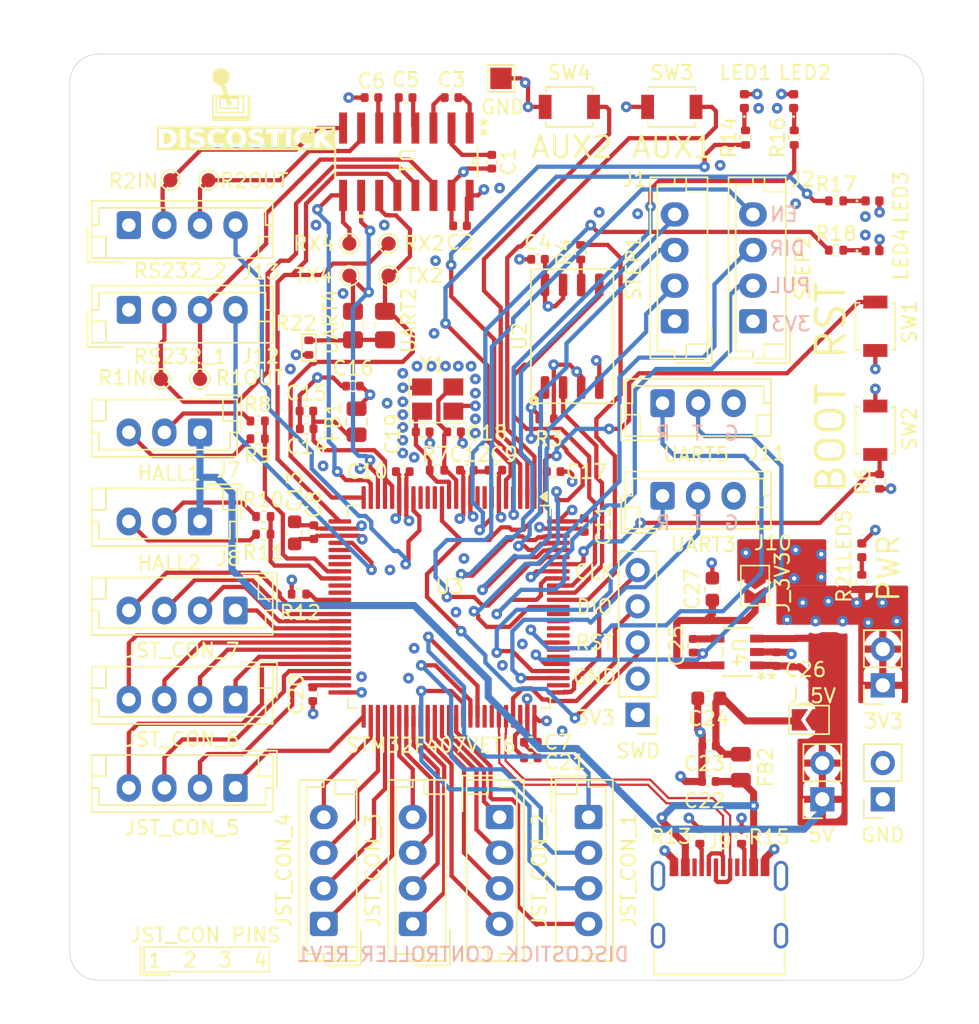
<source format=kicad_pcb>
(kicad_pcb (version 20241229) (generator "pcbnew") (generator_version "9.0")
  (layers (0 "F.Cu" signal) (4 "In1.Cu" signal) (6 "In2.Cu" signal) (2 "B.Cu" signal) (13 "F.Paste" user) (15 "B.Paste" user) (5 "F.SilkS" user "F.Silkscreen") (7 "B.SilkS" user "B.Silkscreen") (1 "F.Mask" user) (3 "B.Mask" user) (25 "Edge.Cuts" user))
  (net 0 "")
  (net 1 "Net-(U1-V+)")
  (net 2 "GND")
  (net 3 "+3.3V")
  (net 4 "Net-(U1-C1+)")
  (net 5 "Net-(U1-C1-)")
  (net 6 "Net-(U1-C2-)")
  (net 7 "Net-(U1-C2+)")
  (net 8 "Net-(U1-V-)")
  (net 9 "+3.3VA")
  (net 10 "/NRST")
  (net 11 "/HSE_IN")
  (net 12 "/HSE_OUT")
  (net 13 "Net-(U3-VCAP_1)")
  (net 14 "Net-(U3-VCAP_2)")
  (net 15 "Net-(C22-Pad2)")
  (net 16 "Net-(C23-Pad1)")
  (net 17 "Net-(U4-BP)")
  (net 18 "+5V")
  (net 19 "/STEP1_EN")
  (net 20 "/STEP1_DIR")
  (net 21 "/STEP1_PUL")
  (net 22 "/STEP2_DIR")
  (net 23 "/STEP2_PUL")
  (net 24 "/STEP2_EN")
  (net 25 "/SWCLK")
  (net 26 "/SWDIO")
  (net 27 "Net-(J7-Pin_2)")
  (net 28 "Net-(J8-Pin_2)")
  (net 29 "/USB_D+")
  (net 31 "Net-(J9-CC2)")
  (net 33 "Net-(J9-CC1)")
  (net 34 "/USB_D-")
  (net 35 "/RX_3")
  (net 36 "/TX_3")
  (net 37 "/TX_5")
  (net 38 "/RX_5")
  (net 39 "/RS232_1_OUT")
  (net 40 "/RS232_1_IN")
  (net 41 "/RS232_1_EN")
  (net 42 "/RS232_2_OUT")
  (net 43 "/RS232_2_EN")
  (net 44 "/RS232_2_IN")
  (net 45 "/CON_1-2")
  (net 46 "/CON_1-1")
  (net 47 "/CON_1-4")
  (net 48 "/CON_1-3")
  (net 49 "/CON_2-1")
  (net 50 "/CON_2-3")
  (net 51 "/CON_2-4")
  (net 52 "/CON_2-2")
  (net 53 "/CON_3-3")
  (net 54 "/CON_3-1")
  (net 55 "/CON_3-2")
  (net 56 "/CON_3-4")
  (net 57 "/CON_4-3")
  (net 58 "/CON_4-2")
  (net 59 "/CON_4-4")
  (net 60 "/CON_4-1")
  (net 61 "/CON_5-1")
  (net 62 "/CON_5-2")
  (net 63 "/CON_5-4")
  (net 64 "/CON_5-3")
  (net 65 "/CON_6-4")
  (net 66 "/CON_6-2")
  (net 67 "/CON_6-1")
  (net 68 "/CON_6-3")
  (net 69 "/CON_7-1")
  (net 70 "/CON_7-2")
  (net 71 "/CON_7-4")
  (net 72 "/CON_7-3")
  (net 73 "/TX_4")
  (net 74 "/TX_2")
  (net 75 "/FLASH_CS")
  (net 76 "/SPI1_SCK{slash}SWO")
  (net 77 "Net-(U2-CLK)")
  (net 78 "/BOOT0")
  (net 79 "/HALL1_IN")
  (net 80 "/HALL2_IN")
  (net 81 "/BOOT1")
  (net 82 "/LED_1")
  (net 83 "/LED_2")
  (net 84 "/LED_3")
  (net 85 "/LED_4")
  (net 86 "/SW_AUX1")
  (net 87 "/SW_AUX2")
  (net 88 "/RX_2")
  (net 89 "/RX_4")
  (net 90 "/SPI1_MISO")
  (net 91 "/SPI1_MOSI")
  (net 92 "/PD3")
  (net 95 "/PB1")
  (net 96 "/PD0")
  (net 97 "/PD6")
  (net 98 "/PA5")
  (net 99 "/PD5")
  (net 100 "/PD4")
  (net 101 "/PC0")
  (net 103 "/PB0")
  (net 105 "/PA7")
  (net 106 "/PC2")
  (net 107 "/PD1")
  (net 109 "/PA6")
  (net 110 "/PC1")
  (net 111 "Net-(R1-Pad2)")
  (net 112 "Net-(U4-VOUT)")
  (net 113 "Net-(LED1-K)")
  (net 114 "Net-(LED2-K)")
  (net 115 "Net-(LED3-K)")
  (net 116 "Net-(LED4-K)")
  (net 117 "Net-(LED5-A)")
  (footprint "Capacitor_SMD:C_0603_1608Metric" (layer "F.Cu") (at 159.75 79.25 90)
    (property "Reference" "C27")
    (property "Value" "1uF")
  )
  (footprint "Capacitor_SMD:C_0402_1005Metric" (layer "F.Cu") (at 134.5 65 180)
    (property "Reference" "C16")
    (property "Value" "1uF")
  )
  (footprint "Connector_JST:JST_EH_B4B-EH-A_1x04_P2.50mm_Vertical" (layer "F.Cu") (at 157.1 60.45 90)
    (property "Reference" "J1")
    (property "Value" "Conn_01x04_Socket")
  )
  (footprint "Resistor_SMD:R_0402_1005Metric" (layer "F.Cu") (at 130.7 79.6 180)
    (property "Reference" "R12")
    (property "Value" "10k")
  )
  (footprint "Resistor_SMD:R_0402_1005Metric" (layer "F.Cu") (at 127.8 67.45)
    (property "Reference" "R8")
    (property "Value" "3k4")
  )
  (footprint "Capacitor_SMD:C_0402_1005Metric" (layer "F.Cu") (at 159.52 90.25 180)
    (property "Reference" "C23")
    (property "Value" "100nF")
  )
  (footprint "Connector_JST:JST_EH_B4B-EH-A_1x04_P2.50mm_Vertical" (layer "F.Cu") (at 126.25 87 180)
    (property "Reference" "JST_CON_6")
    (property "Value" "JST_CON_6")
  )
  (footprint "Resistor_SMD:R_0402_1005Metric" (layer "F.Cu") (at 162.08 47.5625 90)
    (property "Reference" "R14")
    (property "Value" "1k")
  )
  (footprint "Resistor_SMD:R_0805_2012Metric_Pad1.20x1.40mm_HandSolder" (layer "F.Cu") (at 136.75 60.75 -90)
    (property "Reference" "R2" (hide yes))
    (property "Value" "0")
  )
  (footprint "trsf3232e:D16" (layer "F.Cu") (at 138.25 49.25 -90)
    (property "Reference" "U1")
    (property "Value" "TRSF3232ECD")
  )
  (footprint "Capacitor_SMD:C_0402_1005Metric" (layer "F.Cu") (at 147 90 180)
    (property "Reference" "C7")
    (property "Value" "100nF")
  )
  (footprint "Capacitor_SMD:C_0402_1005Metric" (layer "F.Cu") (at 131.675 86.625 90)
    (property "Reference" "C20")
    (property "Value" "2.2uF")
  )
  (footprint "TestPoint:TestPoint_Pad_D1.0mm" (layer "F.Cu") (at 134.25 55 180)
    (property "Reference" "RX4")
    (property "Value" "RX_4")
  )
  (footprint "Connector_JST:JST_EH_B4B-EH-A_1x04_P2.50mm_Vertical" (layer "F.Cu") (at 118.75 53.7)
    (property "Reference" "J13")
    (property "Value" "JST_RS232_2")
  )
  (footprint "Capacitor_SMD:C_0402_1005Metric" (layer "F.Cu") (at 142.5 70.9)
    (property "Reference" "C12")
    (property "Value" "100nF")
  )
  (footprint "Connector_JST:JST_EH_B3B-EH-A_1x03_P2.50mm_Vertical" (layer "F.Cu") (at 123.75 68.25 180)
    (property "Reference" "J7")
    (property "Value" "Conn_01x03_Socket")
  )
  (footprint "Capacitor_SMD:C_0402_1005Metric" (layer "F.Cu") (at 141.601 68.21 180)
    (property "Reference" "C18")
    (property "Value" "14pF")
  )
  (footprint "Button_Switch_SMD:SW_SPST_B3U-1000P" (layer "F.Cu") (at 171.2 68.1 90)
    (property "Reference" "SW2")
    (property "Value" "SW_BOOT")
  )
  (footprint "Capacitor_SMD:C_0603_1608Metric" (layer "F.Cu") (at 130.4 75.3 90)
    (property "Reference" "C13")
    (property "Value" "10uF")
  )
  (footprint "Connector_PinSocket_2.54mm:PinSocket_1x02_P2.54mm_Vertical" (layer "F.Cu") (at 167.475 94 180)
    (property "Reference" "J4" (hide yes))
    (property "Value" "Conn_01x02_Pin")
  )
  (footprint "Connector_JST:JST_EH_B4B-EH-A_1x04_P2.50mm_Vertical" (layer "F.Cu") (at 138.7 102.75 90)
    (property "Reference" "JST_CON_3")
    (property "Value" "JST_CON_3")
  )
  (footprint "Capacitor_SMD:C_0402_1005Metric" (layer "F.Cu") (at 147 91.1)
    (property "Reference" "C21")
    (property "Value" "2.2uF")
  )
  (footprint "MountingHole:MountingHole_3.2mm_M3" (layer "F.Cu") (at 118.25 46.25)
    (property "Reference" "H1" (hide yes))
    (property "Value" "MountingHole")
  )
  (footprint "Capacitor_SMD:C_0402_1005Metric" (layer "F.Cu") (at 138 71 180)
    (property "Reference" "C10")
    (property "Value" "100nF")
  )
  (footprint "Capacitor_SMD:C_0402_1005Metric" (layer "F.Cu") (at 159.5 92.75)
    (property "Reference" "C22")
    (property "Value" "10nF")
  )
  (footprint "Resistor_SMD:R_0402_1005Metric" (layer "F.Cu") (at 127.8 68.7 180)
    (property "Reference" "R9")
    (property "Value" "6k6")
  )
  (footprint "TestPoint:TestPoint_Pad_D1.0mm" (layer "F.Cu") (at 134.25 57.25)
    (property "Reference" "TX4")
    (property "Value" "TX_4")
  )
  (footprint "Connector_JST:JST_EH_B3B-EH-A_1x03_P2.50mm_Vertical" (layer "F.Cu") (at 156.25 72.7)
    (property "Reference" "J10")
    (property "Value" "JST_UART_3")
  )
  (footprint "Capacitor_SMD:C_0603_1608Metric" (layer "F.Cu") (at 159.5 86.9125 180)
    (property "Reference" "C24")
    (property "Value" "10uF")
  )
  (footprint "Connector_JST:JST_EH_B3B-EH-A_1x03_P2.50mm_Vertical" (layer "F.Cu") (at 156.25 66.2)
    (property "Reference" "J11")
    (property "Value" "JST_UART_5")
  )
  (footprint "PCM_Package_SO_AKL:SOIC-8_5.23x5.23mm_P1.27mm" (layer "F.Cu") (at 149.9 61.5 90)
    (property "Reference" "U2")
    (property "Value" "W25Q16JVSS" (hide yes))
  )
  (footprint "Capacitor_SMD:C_0402_1005Metric" (layer "F.Cu") (at 141.425 44.75 180)
    (property "Reference" "C3")
    (property "Value" "100nF")
  )
  (footprint "Button_Switch_SMD:SW_SPST_B3U-1000P" (layer "F.Cu") (at 149.7 45.4 180)
    (property "Reference" "SW4")
    (property "Value" "SW_OK")
  )
  (footprint "Jumper:SolderJumper-2_P1.3mm_Open_TrianglePad1.0x1.5mm" (layer "F.Cu") (at 162.75 79 -90)
    (property "Reference" "R20" (hide yes))
    (property "Value" "0R")
  )
  (footprint "TestPoint:TestPoint_Pad_D1.0mm" (layer "F.Cu") (at 137 57.25 180)
    (property "Reference" "TX2")
    (property "Value" "TX_2")
  )
  (footprint "TestPoint:TestPoint_Pad_D1.0mm" (layer "F.Cu") (at 121 64.5 180)
    (property "Reference" "R1IN1" (hide yes))
    (property "Value" "RS232_1_IN")
  )
  (footprint "Connector_JST:JST_EH_B4B-EH-A_1x04_P2.50mm_Vertical" (layer "F.Cu") (at 126.25 80.75 180)
    (property "Reference" "JST_CON_7")
    (property "Value" "JST_CON_7")
  )
  (footprint "Resistor_SMD:R_0402_1005Metric" (layer "F.Cu") (at 168.4375 55.46)
    (property "Reference" "R18")
    (property "Value" "1k")
  )
  (footprint "Resistor_SMD:R_0402_1005Metric" (layer "F.Cu") (at 148.1 67.3 180)
    (property "Reference" "R3")
    (property "Value" "10k")
  )
  (footprint "MountingHole:MountingHole_3.2mm_M3" (layer "F.Cu") (at 118.25 101.25)
    (property "Reference" "H3" (hide yes))
    (property "Value" "MountingHole")
  )
  (footprint "MountingHole:MountingHole_3.2mm_M3" (layer "F.Cu") (at 170.25 101.25)
    (property "Reference" "H4" (hide yes))
    (property "Value" "MountingHole")
  )
  (footprint "Resistor_SMD:R_0402_1005Metric" (layer "F.Cu") (at 150.5 55.6 90)
    (property "Reference" "R4")
    (property "Value" "22R")
  )
  (footprint "Button_Switch_SMD:SW_SPST_B3U-1000P" (layer "F.Cu") (at 156.9 45.4 180)
    (property "Reference" "SW3")
    (property "Value" "SW_CAL")
  )
  (footprint "Capacitor_SMD:C_0402_1005Metric" (layer "F.Cu") (at 138.2 44.75 180)
    (property "Reference" "C5")
    (property "Value" "100nF")
  )
  (footprint "Crystal:Crystal_SMD_3225-4Pin_3.2x2.5mm" (layer "F.Cu") (at 140.451 65.91)
    (property "Reference" "Y1")
    (property "Value" "8MHz")
  )
  (footprint "Connector_JST:JST_EH_B4B-EH-A_1x04_P2.50mm_Vertical" (layer "F.Cu") (at 162.6 60.45 90)
    (property "Reference" "J2")
    (property "Value" "Conn_01x04_Socket")
  )
  (footprint "Capacitor_SMD:C_0402_1005Metric" (layer "F.Cu") (at 131.75 75.25 90)
    (property "Reference" "C8")
    (property "Value" "100nF")
  )
  (footprint "Capacitor_SMD:C_0402_1005Metric" (layer "F.Cu") (at 144.5 70.9 180)
    (property "Reference" "C9")
    (property "Value" "100nF")
  )
  (footprint "Connector_PinHeader_2.54mm:PinHeader_1x05_P2.54mm_Vertical" (layer "F.Cu") (at 154.5 88.075 180)
    (property "Reference" "J3" (hide yes))
    (property "Value" "Conn_01x05_Pin")
  )
  (footprint "TestPoint:TestPoint_Pad_1.5x1.5mm" (layer "F.Cu") (at 144.9 43.4 180)
    (property "Reference" "T_GND1" (hide yes))
    (property "Value" "GND")
  )
  (footprint "Resistor_SMD:R_0402_1005Metric" (layer "F.Cu") (at 158.87 96.6 90)
    (property "Reference" "R13")
    (property "Value" "5.1K")
  )
  (footprint "Capacitor_SMD:C_0402_1005Metric" (layer "F.Cu") (at 164.25 84.1625 90)
    (property "Reference" "C26")
    (property "Value" "1uF")
  )
  (footprint "Resistor_SMD:R_0402_1005Metric" (layer "F.Cu") (at 170.25 78.76 -90)
    (property "Reference" "R21")
    (property "Value" "1k")
  )
  (footprint "LED_SMD:LED_0402_1005Metric" (layer "F.Cu") (at 171 55.5)
    (property "Reference" "LED4")
    (property "Value" "RED")
  )
  (footprint "Connector_JST:JST_EH_B4B-EH-A_1x04_P2.50mm_Vertical" (layer "F.Cu") (at 118.75 59.65)
    (property "Reference" "J12")
    (property "Value" "JST_RS232_1")
  )
  (footprint "rt9167-33gb:SOIC_A-33GB_RIT" (layer "F.Cu") (at 161.5 83.6625 180)
    (property "Reference" "U4")
    (property "Value" "RT9167A-33GB")
  )
  (footprint "Capacitor_SMD:C_0402_1005Metric" (layer "F.Cu") (at 158.4 83.225 -90)
    (property "Reference" "C25")
    (property "Value" "10nF")
  )
  (footprint "Connector_PinSocket_2.54mm:PinSocket_1x02_P2.54mm_Vertical" (layer "F.Cu") (at 171.725 94 180)
    (property "Reference" "J5" (hide yes))
    (property "Value" "Conn_01x02_Pin")
  )
  (footprint "Connector_PinSocket_2.54mm:PinSocket_1x02_P2.54mm_Vertical" (layer "F.Cu") (at 171.725 86 180)
    (property "Reference" "J6" (hide yes))
    (property "Value" "Conn_01x02_Pin")
  )
  (footprint "Resistor_SMD:R_0402_1005Metric" (layer "F.Cu") (at 128.2 74.15)
    (property "Reference" "R10")
    (property "Value" "3k4")
  )
  (footprint "MountingHole:MountingHole_3.2mm_M3" (layer "F.Cu") (at 170.25 46.25)
    (property "Reference" "H2" (hide yes))
    (property "Value" "MountingHole")
  )
  (footprint "Capacitor_SMD:C_0402_1005Metric" (layer "F.Cu") (at 135.8 44.75)
    (property "Reference" "C6")
    (property "Value" "100nF")
  )
  (footprint "Capacitor_SMD:C_0402_1005Metric" (layer "F.Cu") (at 148.6 71)
    (property "Reference" "C17")
    (property "Value" "100nF")
  )
  (footprint "Resistor_SMD:R_0805_2012Metric" (layer "F.Cu") (at 134.75 67.5 90)
    (property "Reference" "FB1")
    (property "Value" "0R18")
  )
  (footprint "TestPoint:TestPoint_Pad_D1.0mm" (layer "F.Cu") (at 123.75 64.5 180)
    (property "Reference" "R1OUT1" (hide yes))
    (property "Value" "RS232_1_OUT")
  )
  (footprint "LED_SMD:LED_0402_1005Metric" (layer "F.Cu") (at 162 45 90)
    (property "Reference" "LED1")
    (property "Value" "BLUE")
  )
  (footprint "Connector_USB:USB_C_Receptacle_G-Switch_GT-USB-7010ASV" (layer "F.Cu") (at 160.25 102.5)
    (property "Reference" "J9")
    (property "Value" "USB_C_Receptacle_USB2.0_16P")
  )
  (footprint "Resistor_SMD:R_0402_1005Metric" (layer "F.Cu") (at 161.8 96.6 90)
    (property "Reference" "R15")
    (property "Value" "5.1K")
  )
  (footprint "TestPoint:TestPoint_Pad_D1.0mm" (layer "F.Cu") (at 137 55)
    (property "Reference" "RX2")
    (property "Value" "RX_2")
  )
  (footprint "Capacitor_SMD:C_0402_1005Metric" (layer "F.Cu") (at 139.401 68.21 180)
    (property "Reference" "C19")
    (property "Value" "14pF")
  )
  (footprint "TestPoint:TestPoint_Pad_D1.0mm" (layer "F.Cu") (at 121.675 50.55)
    (property "Reference" "R2IN1" (hide yes))
    (property "Value" "RS232_2_IN")
  )
  (footprint "Resistor_SMD:R_0402_1005Metric" (layer "F.Cu") (at 140.4 70.9 180)
    (property "Reference" "R7")
    (property "Value" "1M")
  )
  (footprint "Resistor_SMD:R_0402_1005Metric" (layer "F.Cu") (at 168.4375 52)
    (property "Reference" "R17")
    (property "Value" "1k")
  )
  (footprint "PCM_Resistor_SMD_AKL:R_0402_1005Metric" (layer "F.Cu") (at 131.4 62.3 -90)
    (property "Reference" "R22")
    (property "Value" "10K" (hide yes))
  )
  (footprint "Connector_JST:JST_EH_B4B-EH-A_1x04_P2.50mm_Vertical" (layer "F.Cu") (at 144.8 95.25 -90)
    (property "Reference" "JST_CON_2")
    (property "Value" "JST_CON_2")
  )
  (footprint "Package_QFP:LQFP-100_14x14mm_P0.5mm" (layer "F.Cu") (at 141.25 80.5 -90)
    (property "Reference" "U3")
    (property "Value" "STM32F407VETx")
  )
  (footprint "Capacitor_SMD:C_0402_1005Metric" (layer "F.Cu") (at 150.75 74.75 -90)
    (property "Reference" "C11")
    (property "Value" "100nF")
  )
  (footprint "TestPoint:TestPoint_Pad_D1.0mm" (layer "F.Cu") (at 124.35 50.55)
    (property "Reference" "R2OUT1" (hide yes))
    (property "Value" "RS232_2_OUT")
  )
  (footprint "Capacitor_SMD:C_0402_1005Metric" (layer "F.Cu") (at 142.02 53.75 180)
    (property "Reference" "C2")
    (property "Value" "100nF")
  )
  (footprint "Capacitor_SMD:C_0402_1005Metric" (layer "F.Cu") (at 131.23 66.75 180)
    (property "Reference" "C15")
    (property "Value" "1uF")
  )
  (footprint "LED_SMD:LED_0402_1005Metric" (layer "F.Cu") (at 170.25 76.525 -90)
    (property "Reference" "LED5")
    (property "Value" "RED")
  )
  (footprint "Resistor_SMD:R_0805_2012Metric" (layer "F.Cu") (at 161.75 91.75 90)
    (property "Reference" "FB2")
    (property "Value" "0R18")
  )
  (footprint "Button_Switch_SMD:SW_SPST_B3U-1000P" (layer "F.Cu") (at 171.2 60.8 90)
    (property "Reference" "SW1")
    (property "Value" "SW_RST")
  )
  (footprint "LED_SMD:LED_0402_1005Metric" (layer "F.Cu") (at 171 52)
    (property "Reference" "LED3")
    (property "Value" "GREEN")
  )
  (footprint "Capacitor_SMD:C_0402_1005Metric" (layer "F.Cu") (at 144.25 49.25 -90)
    (property "Reference" "C1")
    (property "Value" "100nF")
  )
  (footprint "Capacitor_SMD:C_0402_1005Metric" (layer "F.Cu") (at 147.5 56.1)
    (property "Reference" "C4")
    (property "Value" "100nF")
  )
  (footprint "Capacitor_SMD:C_0402_1005Metric" (layer "F.Cu") (at 131.25 68 180)
    (property "Reference" "C14")
    (property "Value" "10nF")
  )
  (footprint "Connector_JST:JST_EH_B4B-EH-A_1x04_P2.50mm_Vertical" (layer "F.Cu") (at 132.45 102.75 90)
    (property "Reference" "JST_CON_4")
    (property "Value" "JST_CON_4")
  )
  (footprint "Resistor_SMD:R_0402_1005Metric" (layer "F.Cu") (at 128.2 75.4 180)
    (property "Reference" "R11")
    (property "Value" "6k6")
  )
  (footprint "Connector_JST:JST_EH_B4B-EH-A_1x04_P2.50mm_Vertical" (layer "F.Cu") (at 151.05 95.25 -90)
    (property "Reference" "JST_CON_1")
    (property "Value" "JST_CON_1")
  )
  (footprint "Resistor_SMD:R_0402_1005Metric" (layer "F.Cu") (at 165.5 47.5625 90)
    (property "Reference" "R16")
    (property "Value" "1k")
  )
  (footprint "LED_SMD:LED_0402_1005Metric" (layer "F.Cu") (at 165.46 45 90)
    (property "Reference" "LED2")
    (property "Value" "BLUE")
  )
  (footprint "Jumper:SolderJumper-2_P1.3mm_Open_TrianglePad1.0x1.5mm" (layer "F.Cu") (at 166.55 88.425 180)
    (property "Reference" "R19" (hide yes))
    (property "Value" "0R")
  )
  (footprint "Connector_JST:JST_EH_B4B-EH-A_1x04_P2.50mm_Vertical" (layer "F.Cu") (at 126.25 93.2 180)
    (property "Reference" "JST_CON_5")
    (property "Value" "JST_CON_5")
  )
  (footprint "Connector_JST:JST_EH_B3B-EH-A_1x03_P2.50mm_Vertical" (layer "F.Cu") (at 123.75 74.5 180)
    (property "Reference" "J8")
    (property "Value" "Conn_01x03_Socket")
  )
  (footprint "Resistor_SMD:R_0402_1005Metric" (layer "F.Cu") (at 171.5 71.7 90)
    (property "Reference" "R6")
    (property "Value" "10k")
  )
  (footprint "Resistor_SMD:R_0805_2012Metric_Pad1.20x1.40mm_HandSolder" (layer "F.Cu") (at 134.5 60.75 -90)
    (property "Reference" "R1" (hide yes))
    (property "Value" "0")
  )
  (gr_line (start 127.15 44.6) (end 127.25 44.85) (stroke (width 0.1)) (layer "F.SilkS"))
  (gr_line (start 119.575 104.3) (end 119.575 106.3) (stroke (width 0.15)) (layer "F.SilkS"))
  (gr_line (start 124.725 46.175) (end 127.125 46.175) (stroke (width 0.1)) (layer "F.SilkS"))
  (gr_line (start 121.575 106.3) (end 119.575 106.3) (stroke (width 0.15)) (layer "F.SilkS"))
  (gr_line (start 125.45 43.8) (end 125.925 45.142157) (stroke (width 0.1)) (layer "F.SilkS"))
  (gr_rect (start 124.65 44.6) (end 127.15 46.1) (stroke (width 0.1)) (fill no) (layer "F.SilkS"))
  (gr_line (start 125.8 45.25) (end 125.3 43.85) (stroke (width 0.1)) (layer "F.SilkS"))
  (gr_rect (start 125.15 44.8) (end 126.45 45.5) (stroke (width 0.1)) (fill no) (layer "F.SilkS"))
  (gr_rect (start 124.9 44.7) (end 126.8 45.8) (stroke (width 0.1)) (fill no) (layer "F.SilkS"))
  (gr_line (start 127.175 46.25) (end 124.725 46.25) (stroke (width 0.1)) (layer "F.SilkS"))
  (gr_rect (start 119.825 104.375) (end 128.625 106.1) (stroke (width 0.1)) (fill no) (layer "F.SilkS"))
  (gr_line (start 124.7 46.325) (end 127.25 46.325) (stroke (width 0.1)) (layer "F.SilkS"))
  (gr_line (start 125.225 43.857842) (end 125.675 45.142157) (stroke (width 0.1)) (layer "F.SilkS"))
  (gr_line (start 124.65 46.1) (end 124.7 46.325) (stroke (width 0.1)) (layer "F.SilkS"))
  (gr_line (start 127.25 46.325) (end 127.15 46.1) (stroke (width 0.1)) (layer "F.SilkS"))
  (gr_line (start 124.725 46.25) (end 124.725 46.175) (stroke (width 0.1)) (layer "F.SilkS"))
  (gr_circle (center 125.225 43.292157) (end 125.625 43.692157) (stroke (width 0.1)) (fill yes) (layer "F.SilkS"))
  (gr_line (start 125.4 43.85) (end 125.875 45.2) (stroke (width 0.1)) (layer "F.SilkS"))
  (gr_arc (start 125.925246 45.15) (mid 125.796077 45.275185) (end 125.675 45.142157) (stroke (width 0.1)) (layer "F.SilkS"))
  (gr_line (start 125.3 43.85) (end 125.4 43.85) (stroke (width 0.1)) (layer "F.SilkS"))
  (gr_line (start 127.25 46.325) (end 127.25 44.85) (stroke (width 0.1)) (layer "F.SilkS"))
  (gr_line (start 114.6 104.7) (end 114.6 43.7) (stroke (width 0.05)) (layer "Edge.Cuts"))
  (gr_line (start 172.6 106.7) (end 116.6 106.7) (stroke (width 0.05)) (layer "Edge.Cuts"))
  (gr_line (start 116.6 41.7) (end 172.6 41.7) (stroke (width 0.05)) (layer "Edge.Cuts"))
  (gr_arc (start 172.6 41.7) (mid 174.014214 42.285786) (end 174.6 43.7) (stroke (width 0.05)) (layer "Edge.Cuts"))
  (gr_arc (start 116.6 106.7) (mid 115.185786 106.114214) (end 114.6 104.7) (stroke (width 0.05)) (layer "Edge.Cuts"))
  (gr_line (start 174.6 43.7) (end 174.6 104.7) (stroke (width 0.05)) (layer "Edge.Cuts"))
  (gr_arc (start 174.6 104.7) (mid 174.014214 106.114214) (end 172.6 106.7) (stroke (width 0.05)) (layer "Edge.Cuts"))
  (gr_arc (start 114.6 43.7) (mid 115.185786 42.285786) (end 116.6 41.7) (stroke (width 0.05)) (layer "Edge.Cuts"))
  (gr_text "STM32F407VET6" (at 133.9 90.8 0) (layer "F.SilkS") (effects (font (size 1 1)) (justify left bottom)))
  (gr_text "STEP1" (at 154.8 59.1 90) (layer "F.SilkS") (effects (font (size 1 1)) (justify left bottom)))
  (gr_text "R2OUT" (at 125.05 51.175 0) (layer "F.SilkS") (effects (font (size 1 1)) (justify left bottom)))
  (gr_text "BOOT" (at 169.25 72.7 90) (layer "F.SilkS") (effects (font (size 2 2) (thickness 0.25)) (justify left bottom)))
  (gr_text "UART2" (at 139 62.8 90) (layer "F.SilkS") (effects (font (size 1 1)) (justify left bottom)))
  (gr_text "STEP2" (at 166.7 59.1 90) (layer "F.SilkS") (effects (font (size 1 1)) (justify left bottom)))
  (gr_text "3V3" (at 150.05 88.875 0) (layer "F.SilkS") (effects (font (size 1 1)) (justify left bottom)))
  (gr_text "J_5V" (at 165 87.33 0) (layer "F.SilkS") (effects (font (size 1 1)) (justify left bottom)))
  (gr_text "HALL2" (at 119.25 78 0) (layer "F.SilkS") (effects (font (size 1 1)) (justify left bottom)))
  (gr_text "GND" (at 149.85 86 0) (layer "F.SilkS") (effects (font (size 1 1)) (justify left bottom)))
  (gr_text "R2IN" (at 117.25 51.2 0) (layer "F.SilkS") (effects (font (size 1 1)) (justify left bottom)))
  (gr_text "R1OUT" (at 124.75 65 0) (layer "F.SilkS") (effects (font (size 1 1)) (justify left bottom)))
  (gr_text "RST" (at 150.016666 83.575 0) (layer "F.SilkS") (effects (font (size 1 1)) (justify left bottom)))
  (gr_text "5V" (at 166.4 97.1 0) (layer "F.SilkS") (effects (font (size 1 1)) (justify left bottom)))
  (gr_text "DIO" (at 150.111905 81.075 0) (layer "F.SilkS") (effects (font (size 1 1)) (justify left bottom)))
  (gr_text "R1IN" (at 116.5 65 0) (layer "F.SilkS") (effects (font (size 1 1)) (justify left bottom)))
  (gr_text "1  2  3  4" (at 120 105.875 0) (layer "F.SilkS") (effects (font (size 1 1)) (justify left bottom)))
  (gr_text "J_3V3" (at 165.25 81 90) (layer "F.SilkS") (effects (font (size 1 1)) (justify left bottom)))
  (gr_text "RS232_2" (at 119 57.5 0) (layer "F.SilkS") (effects (font (size 1 1)) (justify left bottom)))
  (gr_text "HALL1" (at 119.25 71.7 0) (layer "F.SilkS") (effects (font (size 1 1)) (justify left bottom)))
  (gr_text "3V3" (at 170.3 89.1 0) (layer "F.SilkS") (effects (font (size 1 1)) (justify left bottom)))
  (gr_text "JST_CON PINS" (at 118.75 104.125 0) (layer "F.SilkS") (effects (font (size 1 1)) (justify left bottom)))
  (gr_text "UART5" (at 156.2 70.4 0) (layer "F.SilkS") (effects (font (size 1 1)) (justify left bottom)))
  (gr_text "UART4" (at 133.5 62.9 90) (layer "F.SilkS") (effects (font (size 1 1)) (justify left bottom)))
  (gr_text "RS232_1" (at 119 63.5 0) (layer "F.SilkS") (effects (font (size 1 1)) (justify left bottom)))
  (gr_text "UART3" (at 156.7 76.7 0) (layer "F.SilkS") (effects (font (size 1 1)) (justify left bottom)))
  (gr_text "GND" (at 170.1 97.1 0) (layer "F.SilkS") (effects (font (size 1 1)) (justify left bottom)))
  (gr_text "AUX1" (at 154 49.1 0) (layer "F.SilkS") (effects (font (size 1.5 1.5) (thickness 0.1875)) (justify left bottom)))
  (gr_text "RST" (at 169.25 63.25 90) (layer "F.SilkS") (effects (font (size 2 2) (thickness 0.25)) (justify left bottom)))
  (gr_text "GND" (at 143.4 46 0) (layer "F.SilkS") (effects (font (size 1 1)) (justify left bottom)))
  (gr_text "DISCOSTICK" (at 120.7 48.492157 0) (layer "F.SilkS" knockout) (effects (font (size 1.3 1.3) (thickness 0.1875)) (justify left bottom)))
  (gr_text "SWD" (at 152.9 91.2 0) (layer "F.SilkS") (effects (font (size 1 1)) (justify left bottom)))
  (gr_text "AUX2" (at 146.9 49.1 0) (layer "F.SilkS") (effects (font (size 1.5 1.5) (thickness 0.1875)) (justify left bottom)))
  (gr_text "CLK" (at 149.969047 78.625 0) (layer "F.SilkS") (effects (font (size 1 1)) (justify left bottom)))
  (gr_text "PWR" (at 173 80.25 90) (layer "F.SilkS") (effects (font (size 1.5 1.5) (thickness 0.1875)) (justify left bottom)))
  (gr_text "G  T  R" (at 161.7 68.9 0) (layer "B.SilkS") (effects (font (size 1 1)) (justify left bottom mirror)))
  (gr_text "3V3" (at 166.75 61.225 0) (layer "B.SilkS") (effects (font (size 1 1)) (justify left bottom mirror)))
  (gr_text "PUL" (at 166.75 58.525 0) (layer "B.SilkS") (effects (font (size 1 1)) (justify left bottom mirror)))
  (gr_text "DIR" (at 166.35 55.925 0) (layer "B.SilkS") (effects (font (size 1 1)) (justify left bottom mirror)))
  (gr_text "DISCOSTICK CONTROLLER REV1" (at 153.975 105.475 0) (layer "B.SilkS") (effects (font (size 1 1)) (justify left bottom mirror)))
  (gr_text "G  T  R" (at 161.7 75.2 0) (layer "B.SilkS") (effects (font (size 1 1)) (justify left bottom mirror)))
  (gr_text "EN" (at 165.85 53.525 0) (layer "B.SilkS") (effects (font (size 1 1)) (justify left bottom mirror)))
  (segment (start 141.425 48.025) (end 142.17 48.77) (width 0.3) (layer "F.Cu") (net 1))
  (segment (start 142.17 48.77) (end 144.25 48.77) (width 0.3) (layer "F.Cu") (net 1))
  (segment (start 141.425 46.8878) (end 141.425 48.025) (width 0.3) (layer "F.Cu") (net 1))
  (segment (start 159.02 92.75) (end 159.02 90.27) (width 0.5) (layer "F.Cu") (net 2))
  (segment (start 155.2 45.4) (end 153.7 45.4) (width 0.3) (layer "F.Cu") (net 2))
  (segment (start 133.575 75) (end 131.98 75) (width 0.3) (layer "F.Cu") (net 2))
  (segment (start 171.5 72.21) (end 172.29 72.21) (width 0.3) (layer "F.Cu") (net 2))
  (segment (start 137.75 71.23) (end 137.52 71) (width 0.3) (layer "F.Cu") (net 2))
  (segment (start 158.725 89.125) (end 158.725 86.9125) (width 0.5) (layer "F.Cu") (net 2))
  (segment (start 146.3 43.4) (end 146.6 43.7) (width 0.3) (layer "F.Cu") (net 2))
  (segment (start 157.05 98.25) (end 157.05 99.025) (width 0.5) (layer "F.Cu") (net 2))
  (segment (start 161.8 95.315) (end 161.8 95.36) (width 0.3) (layer "F.Cu") (net 2))
  (segment (start 139.881 68.69) (end 139.901 68.71) (width 0.3) (layer "F.Cu") (net 2))
  (segment (start 141.851 66.76) (end 141.551 66.76) (width 0.3) (layer "F.Cu") (net 2))
  (segment (start 149.7 71) (end 149.8 71.1) (width 0.3) (layer "F.Cu") (net 2))
  (segment (start 127.29 68.7) (end 126.1 69.89) (width 0.3) (layer "F.Cu") (net 2))
  (segment (start 163.45 98.15) (end 163.45 99.025) (width 0.5) (layer "F.Cu") (net 2))
  (segment (start 157.87 92.75) (end 157.51 92.39) (width 0.5) (layer "F.Cu") (net 2))
  (segment (start 139.301 65.11) (end 138.001 65.11) (width 0.3) (layer "F.Cu") (net 2))
  (segment (start 131.75 74.77) (end 130.645 74.77) (width 0.3) (layer "F.Cu") (net 2))
  (segment (start 162.89795 83.6825) (end 162.87795 83.6625) (width 0.3) (layer "F.Cu") (net 2))
  (segment (start 142.75 71.33) (end 143.08 71) (width 0.3) (layer "F.Cu") (net 2))
  (segment (start 149.08 71) (end 149.7 71) (width 0.3) (layer "F.Cu") (net 2))
  (segment (start 130.77 68) (end 130.77 66.77) (width 0.3) (layer "F.Cu") (net 2))
  (segment (start 142.938766 74.161234) (end 142.75 73.972469) (width 0.3) (layer "F.Cu") (net 2))
  (segment (start 126.1 69.89) (end 126.1 69.9) (width 0.3) (layer "F.Cu") (net 2))
  (segment (start 142.221003 66.389997) (end 141.851 66.76) (width 0.3) (layer "F.Cu") (net 2))
  (segment (start 139.001 65.41) (end 139.351 65.06) (width 0.16) (layer "F.Cu") (net 2))
  (segment (start 141.425 50.7994) (end 141.425 51.6122) (width 0.3) (layer "F.Cu") (net 2))
  (segment (start 161.8 96.3) (end 161.8 95.36) (width 0.3) (layer "F.Cu") (net 2))
  (segment (start 164.1 97.5) (end 163.76 97.84) (width 0.5) (layer "F.Cu") (net 2))
  (segment (start 127.264 75.826) (end 120.076 75.826) (width 0.3) (layer "F.Cu") (net 2))
  (segment (start 135.32 44.75) (end 134.2 44.75) (width 0.3) (layer "F.Cu") (net 2))
  (segment (start 146.736015 87.236015) (end 146.75 87.25) (width 0.3) (layer "F.Cu") (net 2))
  (segment (start 148 45.4) (end 146.8 45.4) (width 0.3) (layer "F.Cu") (net 2))
  (segment (start 141.425 51.6122) (end 141.425 53.635) (width 0.3) (layer "F.Cu") (net 2))
  (segment (start 164.23 83.6625) (end 164.25 83.6825) (width 0.5) (layer "F.Cu") (net 2))
  (segment (start 159.005 83.705) (end 159.075 83.775) (width 0.5) (layer "F.Cu") (net 2))
  (segment (start 158.4 83.705) (end 159.005 83.705) (width 0.5) (layer "F.Cu") (net 2))
  (segment (start 147.48 91.1) (end 147.48 91.05174) (width 0.3) (layer "F.Cu") (net 2))
  (segment (start 143.1 66.389997) (end 142.221003 66.389997) (width 0.3) (layer "F.Cu") (net 2))
  (segment (start 159.75 78.475) (end 159.75 77.45) (width 0.3) (layer "F.Cu") (net 2))
  (segment (start 151.805 65.1) (end 151.805 63.405) (width 0.3) (layer "F.Cu") (net 2))
  (segment (start 130.75 66.75) (end 130.75 65.65) (width 0.3) (layer "F.Cu") (net 2))
  (segment (start 142.75 73.972469) (end 142.75 72.825) (width 0.3) (layer "F.Cu") (net 2))
  (segment (start 146.8 43.9) (end 146.8 45.4) (width 0.3) (layer "F.Cu") (net 2))
  (segment (start 149.8 71.1) (end 149.9 71.2) (width 0.3) (layer "F.Cu") (net 2))
  (segment (start 150.68 75.3) (end 150.75 75.23) (width 0.2) (layer "F.Cu") (net 2))
  (segment (start 147.02 56.1) (end 146.2 56.1) (width 0.3) (layer "F.Cu") (net 2))
  (segment (start 133.3 64.6) (end 133.1 64.4) (width 0.3) (layer "F.Cu") (net 2))
  (segment (start 159.75 78.475) (end 159.775 78.475) (width 0.3) (layer "F.Cu") (net 2))
  (segment (start 159.02 92.75) (end 157.87 92.75) (width 0.5) (layer "F.Cu") (net 2))
  (segment (start 133.1 64.4) (end 132.1 64.4) (width 0.3) (layer "F.Cu") (net 2))
  (segment (start 146.75 88.175) (end 146.75 89.77) (width 0.3) (layer "F.Cu") (net 2))
  (segment (start 159.04 90.25) (end 159.04 89.44) (width 0.5) (layer "F.Cu") (net 2))
  (segment (start 141.921 66.39) (end 141.551 66.76) (width 0.16) (layer "F.Cu") (net 2))
  (segment (start 127.69 75.4) (end 127.264 75.826) (width 0.3) (layer "F.Cu") (net 2))
  (segment (start 146.52 90.09174) (end 146.52 90) (width 0.3) (layer "F.Cu") (net 2))
  (segment (start 139.901 68.71) (end 139.901 69.01) (width 0.3) (layer "F.Cu") (net 2))
  (segment (start 158.1 95.315) (end 158.1 95.32) (width 0.3) (layer "F.Cu") (net 2))
  (segment (start 126.1 69.9) (end 120.4 69.9) (width 0.3) (layer "F.Cu") (net 2))
  (segment (start 162.87795 83.6625) (end 164.23 83.6625) (width 0.5) (layer "F.Cu") (net 2))
  (segment (start 131.675 87.105) (end 131.675 87.975) (width 0.3) (layer "F.Cu") (net 2))
  (segment (start 147.48 91.05174) (end 146.52 90.09174) (width 0.3) (layer "F.Cu") (net 2))
  (segment (start 130.2 78.6) (end 130.2 79) (width 0.3) (layer "F.Cu") (net 2))
  (segment (start 142.4944 49.73) (end 142.2622 49.9622) (width 0.3) (layer "F.Cu") (net 2))
  (segment (start 133.7 65) (end 133.3 64.6) (width 0.3) (layer "F.Cu") (net 2))
  (segment (start 120.4 69.9) (end 118.75 68.25) (width 0.3) (layer "F.Cu") (net 2))
  (segment (start 134.9 75) (end 135.1 74.8) (width 0.3) (layer "F.Cu") (net 2))
  (segment (start 170.25 76.04) (end 170.26 76.04) (width 0.3) (layer "F.Cu") (net 2))
  (segment (start 146.736015 86.945131) (end 146.736015 87.236015) (width 0.3) (layer "F.Cu") (net 2))
  (segment (start 130.645 74.77) (end 130.4 74.525) (width 0.3) (layer "F.Cu") (net 2))
  (segment (start 146.75 87.25) (end 146.75 88.175) (width 0.3) (layer "F.Cu") (net 2))
  (segment (start 130.75 65.65) (end 132 64.4) (width 0.3) (layer "F.Cu") (net 2))
  (segment (start 137.75 72.825) (end 137.75 71.23) (width 0.3) (layer "F.Cu") (net 2))
  (segment (start 137.75 74.05) (end 137.5 74.3) (width 0.3) (layer "F.Cu") (net 2))
  (segment (start 171.2 62.5) (end 171.2 63.8) (width 0.3) (layer "F.Cu") (net 2))
  (segment (start 151.805 63.405) (end 151.6 63.2) (width 0.3) (layer "F.Cu") (net 2))
  (segment (start 148.925 75) (end 147.7 75) (width 0.3) (layer "F.Cu") (net 2))
  (segment (start 158.9 89.3) (end 158.725 89.125) (width 0.5) (layer "F.Cu") (net 2))
  (segment (start 142.5 49.73) (end 142.4944 49.73) (width 0.3) (layer "F.Cu") (net 2))
  (segment (start 142.2622 49.9622) (end 141.425 50.7994) (width 0.3) (layer "F.Cu") (net 2))
  (segment (start 156.4 97.6) (end 157.05 98.25) (width 0.5) (layer "F.Cu") (net 2))
  (segment (start 161.8 95.36) (end 161.77 95.33) (width 0.3) (layer "F.Cu") (net 2))
  (segment (start 130.2 79) (end 130.19 79.01) (width 0.3) (layer "F.Cu") (net 2))
  (segment (start 142.081 68.21) (end 142.081 68.89) (width 0.3) (layer "F.Cu") (net 2))
  (segment (start 141.425 53.635) (end 141.54 53.75) (width 0.3) (layer "F.Cu") (net 2))
  (segment (start 144.9 43.4) (end 146.3 43.4) (width 0.3) (layer "F.Cu") (net 2))
  (segment (start 164.1 97.5) (end 163.45 98.15) (width 0.5) (layer "F.Cu") (net 2))
  (segment (start 165.1825 83.6825) (end 165.3 83.8) (width 0.5) (layer "F.Cu") (net 2))
  (segment (start 144.22 71) (end 143.08 71) (width 0.3) (layer "F.Cu") (net 2))
  (segment (start 120.076 75.826) (end 118.75 74.5) (width 0.3) (layer "F.Cu") (net 2))
  (segment (start 150.52 75) (end 150.75 75.23) (width 0.3) (layer "F.Cu") (net 2))
  (segment (start 149.9 71.2) (end 149.9 71.7) (width 0.3) (layer "F.Cu") (net 2))
  (segment (start 130.77 66.77) (end 130.75 66.75) (width 0.3) (layer "F.Cu") (net 2))
  (segment (start 139.351 65.06) (end 139.301 65.11) (width 0.3) (layer "F.Cu") (net 2))
  (segment (start 172.29 72.21) (end 172.3 72.2) (width 0.3) (layer "F.Cu") (net 2))
  (segment (start 131.98 75) (end 131.75 74.77) (width 0.3) (layer "F.Cu") (net 2))
  (segment (start 133.575 75) (end 134.9 75) (width 0.3) (layer "F.Cu") (net 2))
  (segment (start 158.1 95.32) (end 158.87 96.09) (width 0.3) (layer "F.Cu") (net 2))
  (segment (start 147.7 75) (end 147.6 74.9) (width 0.3) (layer "F.Cu") (net 2))
  (segment (start 132.1 64.4) (end 132 64.4) (width 0.3) (layer "F.Cu") (net 2))
  (segment (start 134.02 65) (end 133.7 65) (width 0.3) (layer "F.Cu") (net 2))
  (segment (start 137.75 72.825) (end 137.75 74.05) (width 0.3) (layer "F.Cu") (net 2))
  (segment (start 142.75 72.825) (end 142.75 71.33) (width 0.3) (layer "F.Cu") (net 2))
  (segment (start 159.02 90.27) (end 159.04 90.25) (width 0.5) (layer "F.Cu") (net 2))
  (segment (start 148.925 75) (end 150.52 75) (width 0.3) (layer "F.Cu") (net 2))
  (segment (start 146.6 43.7) (end 146.8 43.9) (width 0.3) (layer "F.Cu") (net 2))
  (segment (start 164.25 83.6825) (end 165.1825 83.6825) (width 0.5) (layer "F.Cu") (net 2))
  (segment (start 159.04 89.44) (end 158.9 89.3) (width 0.5) (layer "F.Cu") (net 2))
  (segment (start 144.25 49.73) (end 142.5 49.73) (width 0.3) (layer "F.Cu") (net 2))
  (segment (start 146.75 89.77) (end 146.52 90) (width 0.3) (layer "F.Cu") (net 2))
  (segment (start 139.881 68.21) (end 139.881 68.69) (width 0.3) (layer "F.Cu") (net 2))
  (segment (start 159.75 77.45) (end 159.7 77.4) (width 0.3) (layer "F.Cu") (net 2))
  (segment (start 130.19 79.01) (end 130.19 79.6) (width 0.3) (layer "F.Cu") (net 2))
  (segment (start 142.081 68.89) (end 142.201 69.01) (width 0.3) (layer "F.Cu") (net 2))
  (segment (start 170.26 76.04) (end 171.2 75.1) (width 0.3) (layer "F.Cu") (net 2))
  (via (at 159.075 83.775) (size 0.75) (drill 0.3) (layers "F.Cu" "B.Cu") (net 2))
  (via (at 138.001 65.11) (size 0.75) (drill 0.3) (layers "F.Cu" "B.Cu") (net 2))
  (via (at 142.201 69.01) (size 0.75) (drill 0.3) (layers "F.Cu" "B.Cu") (net 2))
  (via (at 135.1 74.8) (size 0.75) (drill 0.3) (layers "F.Cu" "B.Cu") (net 2))
  (via (at 141.734369 80.865631) (size 0.75) (drill 0.3) (layers "F.Cu" "B.Cu") (net 2))
  (via (at 149.9 71.7) (size 0.75) (drill 0.3) (layers "F.Cu" "B.Cu") (net 2))
  (via (at 142.8 63.6) (size 0.75) (drill 0.3) (layers "F.Cu" "B.Cu") (net 2))
  (via (at 153.7 45.4) (size 0.75) (drill 0.3) (layers "F.Cu" "B.Cu") (net 2))
  (via (at 141.9 63.6) (size 0.75) (drill 0.3) (layers "F.Cu" "B.Cu") (net 2))
  (via (at 157.51 92.39) (size 0.75) (drill 0.3) (layers "F.Cu" "B.Cu") (net 2))
  (via (at 136.9 66.2) (size 0.75) (drill 0.3) (layers "F.Cu" "B.Cu") (net 2))
  (via (at 170.5 53.1) (size 0.75) (drill 0.3) (layers "F.Cu" "B.Cu") (net 2))
  (via (at 142.3 77.1) (size 0.75) (drill 0.3) (layers "F.Cu" "B.Cu") (net 2))
  (via (at 151.6 63.2) (size 0.75) (drill 0.3) (layers "F.Cu" "B.Cu") (net 2))
  (via (at 158.1 95.315) (size 0.75) (drill 0.3) (layers "F.Cu" "B.Cu") (net 2))
  (via (at 171.2 75.1) (size 0.75) (drill 0.3) (layers "F.Cu" "B.Cu") (net 2))
  (via (at 138 67.9) (size 0.75) (drill 0.3) (layers "F.Cu" "B.Cu") (net 2))
  (via (at 138 67) (size 0.75) (drill 0.3) (layers "F.Cu" "B.Cu") (net 2))
  (via (at 137.5 74.3) (size 0.75) (drill 0.3) (layers "F.Cu" "B.Cu") (net 2))
  (via (at 131.9 53.7) (size 0.75) (drill 0.3) (layers "F.Cu" "B.Cu") (net 2))
  (via (at 140 63.6) (size 0.75) (drill 0.3) (layers "F.Cu" "B.Cu") (net 2))
  (via (at 146.6 43.7) (size 0.75) (drill 0.3) (layers "F.Cu" "B.Cu") (net 2))
  (via (at 141 63.6) (size 0.75) (drill 0.3) (layers "F.Cu" "B.Cu") (net 2))
  (via (at 146.4 83.1) (size 0.75) (drill 0.3) (layers "F.Cu" "B.Cu") (net 2))
  (via (at 140.3 56.2) (size 0.75) (drill 0.3) (layers "F.Cu" "B.Cu") (net 2))
  (via (at 143.1 67.3) (size 0.75) (drill 0.3) (layers "F.Cu" "B.Cu") (net 2))
  (via (at 146.8 45.4) (size 0.75) (drill 0.3) (layers "F.Cu" "B.Cu") (net 2))
  (via (at 137.1 77.9) (size 0.75) (drill 0.3) (layers "F.Cu" "B.Cu") (net 2))
  (via (at 142.2622 49.9622) (size 0.75) (drill 0.3) (layers "F.Cu" "B.Cu") (net 2))
  (via (at 130.2 78.6) (size 0.75) (drill 0.3) (layers "F.Cu" "B.Cu") (net 2))
  (via (at 144.8 51.1) (size 0.75) (drill 0.3) (layers "F.Cu" "B.Cu") (net 2))
  (via (at 138.8 83.4) (size 0.75) (drill 0.3) (layers "F.Cu" "B.Cu") (net 2))
  (via (at 132 64.4) (size 0.75) (drill 0.3) (layers "F.Cu" "B.Cu") (net 2))
  (via (at 133.8 58.5) (size 0.75) (drill 0.3) (layers "F.Cu" "B.Cu") (net 2))
  (via (at 142.938766 74.161234) (size 0.75) (drill 0.3) (layers "F.Cu" "B.Cu") (net 2))
  (via (at 135 70.8) (size 0.75) (drill 0.3) (layers "F.Cu" "B.Cu") (net 2))
  (via (at 139 63.6) (size 0.75) (drill 0.3) (layers "F.Cu" "B.Cu") (net 2))
  (via (at 170.5 54.4) (size 0.75) (drill 0.3) (layers "F.Cu" "B.Cu") (net 2))
  (via (at 134.2 44.75) (size 0.75) (drill 0.3) (layers "F.Cu" "B.Cu") (net 2))
  (via (at 143.1 68.3) (size 0.75) (drill 0.3) (layers "F.Cu" "B.Cu") (net 2))
  (via (at 138 68.8) (size 0.75) (drill 0.3) (layers "F.Cu" "B.Cu") (net 2))
  (via (at 140.2 61.3) (size 0.75) (drill 0.3) (layers "F.Cu" "B.Cu") (net 2))
  (via (at 147.6 74.9) (size 0.75) (drill 0.3) (layers "F.Cu" "B.Cu") (net 2))
  (via (at 158.9 89.3) (size 0.75) (drill 0.3) (layers "F.Cu" "B.Cu") (net 2))
  (via (at 156.4 97.6) (size 0.75) (drill 0.3) (layers "F.Cu" "B.Cu") (net 2))
  (via (at 154.5 52.9) (size 0.75) (drill 0.3) (layers "F.Cu" "B.Cu") (net 2))
  (via (at 163 45.5) (size 0.75) (drill 0.3) (layers "F.Cu" "B.Cu") (net 2))
  (via (at 165.3 83.8) (size 0.75) (drill 0.3) (layers "F.Cu" "B.Cu") (net 2))
  (via (at 171.2 63.8) (size 0.75) (drill 0.3) (layers "F.Cu" "B.Cu") (net 2))
  (via (at 159.7 77.4) (size 0.75) (drill 0.3) (layers "F.Cu" "B.Cu") (net 2))
  (via (at 139.901 69.01) (size 0.75) (drill 0.3) (layers "F.Cu" "B.Cu") (net 2))
  (via (at 161.8 95.315) (size 0.75) (drill 0.3) (layers "F.Cu" "B.Cu") (net 2))
  (via (at 143.1 65.5) (size 0.75) (drill 0.3) (layers "F.Cu" "B.Cu") (net 2))
  (via (at 131.7 88) (size 0.75) (drill 0.3) (layers "F.Cu" "B.Cu") (net 2))
  (via (at 138 69.7) (size 0.75) (drill 0.3) (layers "F.Cu" "B.Cu") (net 2))
  (via (at 136.7 53.7) (size 0.75) (drill 0.3) (layers "F.Cu" "B.Cu") (net 2))
  (via (at 143.1 66.389997) (size 0.75) (drill 0.3) (layers "F.Cu" "B.Cu") (net 2))
  (via (at 132.4 70.6) (size 0.75) (drill 0.3) (layers "F.Cu" "B.Cu") (net 2))
  (via (at 149.2 89.2) (size 0.75) (drill 0.3) (layers "F.Cu" "B.Cu") (net 2))
  (via (at 151.8 52.8) (size 0.75) (drill 0.3) (layers "F.Cu" "B.Cu") (net 2))
  (via (at 138.8 70) (size 0.75) (drill 0.3) (layers "F.Cu" "B.Cu") (net 2))
  (via (at 138 64.1) (size 0.75) (drill 0.3) (layers "F.Cu" "B.Cu") (net 2))
  (via (at 146.2 56.1) (size 0.75) (drill 0.3) (layers "F.Cu" "B.Cu") (net 2))
  (via (at 138 66.1) (size 0.75) (drill 0.3) (layers "F.Cu" "B.Cu") (net 2))
  (via (at 145 84.6) (size 0.75) (drill 0.3) (layers "F.Cu" "B.Cu") (net 2))
  (via (at 164.1 97.5) (size 0.75) (drill 0.3) (layers "F.Cu" "B.Cu") (net 2))
  (via (at 146.736015 86.945131) (size 0.75) (drill 0.3) (layers "F.Cu" "B.Cu") (net 2))
  (via (at 164.3 45.5) (size 0.75) (drill 0.3) (layers "F.Cu" "B.Cu") (net 2))
  (via (at 165.6 52.2) (size 0.75) (drill 0.3) (layers "F.Cu" "B.Cu") (net 2))
  (via (at 143.1 64.5) (size 0.75) (drill 0.3) (layers "F.Cu" "B.Cu") (net 2))
  (via (at 135.1 85.4) (size 0.75) (drill 0.3) (layers "F.Cu" "B.Cu") (net 2))
  (via (at 172.3 72.2) (size 0.75) (drill 0.3) (layers "F.Cu" "B.Cu") (net 2))
  (via (at 138.4 85.5) (size 0.75) (drill 0.3) (layers "F.Cu" "B.Cu") (net 2))
  (via (at 130.1 63.8) (size 0.75) (drill 0.3) (layers "F.Cu" "B.Cu") (net 2))
  (via (at 160.3 49.5) (size 0.75) (drill 0.3) (layers "F.Cu" "B.Cu") (net 2))
  (segment (start 149.265 57.9) (end 149.265 58.835) (width 0.3) (layer "F.Cu") (net 3))
  (segment (start 138.25 74.15) (end 138.25 72.825) (width 0.3) (layer "F.Cu") (net 3))
  (segment (start 147.995 56.115) (end 147.98 56.1) (width 0.3) (layer "F.Cu") (net 3))
  (segment (start 147.25 89.77) (end 147.48 90) (width 0.3) (layer "F.Cu") (net 3))
  (segment (start 130.51 62.81) (end 130.5 62.8) (width 0.3) (layer "F.Cu") (net 3))
  (segment (start 144.75 71.13) (end 144.98 70.9) (width 0.3) (layer "F.Cu") (net 3))
  (segment (start 148.925 74.5) (end 149.725 73.7) (width 0.3) (layer "F.Cu") (net 3))
  (segment (start 135.7 65.6) (end 135.7 65.6375) (width 0.3) (layer "F.Cu") (net 3))
  (segment (start 171.485 52) (end 171.485 52.785) (width 0.3) (layer "F.Cu") (net 3))
  (segment (start 135.1 86.5) (end 133.575 86.5) (width 0.3) (layer "F.Cu") (net 3))
  (segment (start 135.1 65) (end 134.98 65) (width 0.3) (layer "F.Cu") (net 3))
  (segment (start 130.745 75.73) (end 130.4 76.075) (width 0.3) (layer "F.Cu") (net 3))
  (segment (start 148.61 63.51) (end 148.61 67.3) (width 0.3) (layer "F.Cu") (net 3))
  (segment (start 171.2 66.4) (end 171.2 65.2) (width 0.3) (layer "F.Cu") (net 3))
  (segment (start 162 44.515) (end 162.885 44.515) (width 0.3) (layer "F.Cu") (net 3))
  (segment (start 142.25 71.13) (end 142.12 71) (width 0.3) (layer "F.Cu") (net 3))
  (segment (start 147.995 57.9) (end 147.995 56.115) (width 0.3) (layer "F.Cu") (net 3))
  (segment (start 147.995 57.9) (end 147.995 59.195) (width 0.3) (layer "F.Cu") (net 3))
  (segment (start 143.2878 51.6122) (end 143.7 51.2) (width 0.3) (layer "F.Cu") (net 3))
  (segment (start 149.734999 63.5) (end 148.6 63.5) (width 0.3) (layer "F.Cu") (net 3))
  (segment (start 148.6 63.5) (end 148.61 63.51) (width 0.3) (layer "F.Cu") (net 3))
  (segment (start 135.7 65.6375) (end 134.75 66.5875) (width 0.3) (layer "F.Cu") (net 3))
  (segment (start 165.46 44.515) (end 164.615 44.515) (width 0.3) (layer "F.Cu") (net 3))
  (segment (start 142.25 71.02) (end 142.27 71) (width 0.3) (layer "F.Cu") (net 3))
  (segment (start 138.25 71.23) (end 138.48 71) (width 0.3) (layer "F.Cu") (net 3))
  (segment (start 138.437076 74.456179) (end 138.437076 74.337076) (width 0.3) (layer "F.Cu") (net 3))
  (segment (start 142.5 51.8072) (end 142.695 51.6122) (width 0.3) (layer "F.Cu") (net 3))
  (segment (start 142.5 53.75) (end 142.5 51.8072) (width 0.3) (layer "F.Cu") (net 3))
  (segment (start 147.25 88.175) (end 147.25 89.77) (width 0.3) (layer "F.Cu") (net 3))
  (segment (start 133.575 75.5) (end 131.98 75.5) (width 0.3) (layer "F.Cu") (net 3))
  (segment (start 142.695 51.6122) (end 143.2878 51.6122) (width 0.3) (layer "F.Cu") (net 3))
  (segment (start 144.75 72.825) (end 144.75 71.13) (width 0.3) (layer "F.Cu") (net 3))
  (segment (start 144.75 74.05) (end 144.9 74.2) (width 0.3) (layer "F.Cu") (net 3))
  (segment (start 150.535 64.300001) (end 150.217499 63.982501) (width 0.3) (layer "F.Cu") (net 3))
  (segment (start 131.75 75.73) (end 130.745 75.73) (width 0.3) (layer "F.Cu") (net 3))
  (segment (start 133.575 75.5) (end 134.9 75.5) (width 0.3) (layer "F.Cu") (net 3))
  (segment (start 134.9 75.5) (end 135.15 75.75) (width 0.3) (layer "F.Cu") (net 3))
  (segment (start 131.4 62.81) (end 130.51 62.81) (width 0.3) (layer "F.Cu") (net 3))
  (segment (start 150.535 65.1) (end 150.535 64.300001) (width 0.3) (layer "F.Cu") (net 3))
  (segment (start 148.925 74.5) (end 150.52 74.5) (width 0.3) (layer "F.Cu") (net 3))
  (segment (start 147.995 59.195) (end 148.2 59.4) (width 0.3) (layer "F.Cu") (net 3))
  (segment (start 171.485 55.5) (end 171.485 54.715) (width 0.3) (layer "F.Cu") (net 3))
  (segment (start 171.485 52.785) (end 171.5 52.8) (width 0.3) (layer "F.Cu") (net 3))
  (segment (start 150.52 74.5) (end 150.75 74.27) (width 0.3) (layer "F.Cu") (net 3))
  (segment (start 138.437076 74.337076) (end 138.25 74.15) (width 0.3) (layer "F.Cu") (net 3))
  (segment (start 142.25 72.825) (end 142.25 74.05) (width 0.3) (layer "F.Cu") (net 3))
  (segment (start 148.8 59.3) (end 148.7 59.4) (width 0.3) (layer "F.Cu") (net 3))
  (segment (start 149.265 57.9) (end 149.265 57.385) (width 0.3) (layer "F.Cu") (net 3))
  (segment (start 142.25 74.05) (end 142 74.3) (width 0.3) (layer "F.Cu") (net 3))
  (segment (start 149.265 58.835) (end 148.8 59.3) (width 0.3) (layer "F.Cu") (net 3))
  (segment (start 148.7 59.4) (end 148.2 59.4) (width 0.3) (layer "F.Cu") (net 3))
  (segment (start 135.15 75.75) (end 135.2 75.8) (width 0.3) (layer "F.Cu") (net 3))
  (segment (start 147.575 88.5) (end 147.25 88.175) (width 0.3) (layer "F.Cu") (net 3))
  (segment (start 148.1 88.5) (end 147.575 88.5) (width 0.3) (layer "F.Cu") (net 3))
  (segment (start 149.725 73.7) (end 149.9 73.7) (width 0.3) (layer "F.Cu") (net 3))
  (segment (start 150.217499 63.982501) (end 149.734999 63.5) (width 0.3) (layer "F.Cu") (net 3))
  (segment (start 142.25 72.825) (end 142.25 71.13) (width 0.3) (layer "F.Cu") (net 3))
  (segment (start 164.615 44.515) (end 164.6 44.5) (width 0.3) (layer "F.Cu") (net 3))
  (segment (start 144.75 72.825) (end 144.75 74.05) (width 0.3) (layer "F.Cu") (net 3))
  (segment (start 135.7 65.6) (end 135.1 65) (width 0.3) (layer "F.Cu") (net 3))
  (segment (start 131.98 75.5) (end 131.75 75.73) (width 0.3) (layer "F.Cu") (net 3))
  (segment (start 138.25 72.825) (end 138.25 71.23) (width 0.3) (layer "F.Cu") (net 3))
  (via (at 169.9 80.2) (size 0.75) (drill 0.3) (layers "F.Cu" "B.Cu") (net 3))
  (via (at 170.7 81.6) (size 0.75) (drill 0.3) (layers "F.Cu" "B.Cu") (net 3))
  (via (at 172.7 81.5) (size 0.75) (drill 0.3) (layers "F.Cu" "B.Cu") (net 3))
  (via (at 167.9 80.1) (size 0.75) (drill 0.3) (layers "F.Cu" "B.Cu") (net 3))
  (via (at 162.9 44.5) (size 0.75) (drill 0.3) (layers "F.Cu" "B.Cu") (net 3))
  (via (at 171.7 80.2) (size 0.75) (drill 0.3) (layers "F.Cu" "B.Cu") (net 3))
  (via (at 171.2 65.2) (size 0.75) (drill 0.3) (layers "F.Cu" "B.Cu") (net 3))
  (via (at 142 74.3) (size 0.75) (drill 0.3) (layers "F.Cu" "B.Cu") (net 3))
  (via (at 148.1 88.5) (size 0.75) (drill 0.3) (layers "F.Cu" "B.Cu") (net 3))
  (via (at 148.2 59.4) (size 0.75) (drill 0.3) (layers "F.Cu" "B.Cu") (net 3))
  (via (at 138.437076 74.456179) (size 0.75) (drill 0.3) (layers "F.Cu" "B.Cu") (net 3))
  (via (at 162.1 76.7) (size 0.75) (drill 0.3) (layers "F.Cu" "B.Cu") (net 3))
  (via (at 171.5 54.7) (size 0.75) (drill 0.3) (layers "F.Cu" "B.Cu") (net 3))
  (via (at 135.15 75.75) (size 0.75) (drill 0.3) (layers "F.Cu" "B.Cu") (net 3))
  (via (at 167.4 78.4) (size 0.75) (drill 0.3) (layers "F.Cu" "B.Cu") (net 3))
  (via (at 130.5 62.8) (size 0.75) (drill 0.3) (layers "F.Cu" "B.Cu") (net 3))
  (via (at 143.7 51.2) (size 0.75) (drill 0.3) (layers "F.Cu" "B.Cu") (net 3))
  (via (at 165 81.4) (size 0.75) (drill 0.3) (layers "F.Cu" "B.Cu") (net 3))
  (via (at 150.217499 63.982501) (size 0.75) (drill 0.3) (layers "F.Cu" "B.Cu") (net 3))
  (via (at 171.5 52.8) (size 0.75) (drill 0.3) (layers "F.Cu" "B.Cu") (net 3))
  (via (at 164.6 44.5) (size 0.75) (drill 0.3) (layers "F.Cu" "B.Cu") (net 3))
  (via (at 149.9 73.7) (size 0.75) (drill 0.3) (layers "F.Cu" "B.Cu") (net 3))
  (via (at 144.9 74.2) (size 0.75) (drill 0.3) (layers "F.Cu" "B.Cu") (net 3))
  (via (at 165.6 76.5) (size 0.75) (drill 0.3) (layers "F.Cu" "B.Cu") (net 3))
  (via (at 167 81.5) (size 0.75) (drill 0.3) (layers "F.Cu" "B.Cu") (net 3))
  (via (at 167.4 76.8) (size 0.75) (drill 0.3) (layers "F.Cu" "B.Cu") (net 3))
  (via (at 148.6 63.5) (size 0.75) (drill 0.3) (layers "F.Cu" "B.Cu") (net 3))
  (via (at 166.1 80.2) (size 0.75) (drill 0.3) (layers "F.Cu" "B.Cu") (net 3))
  (via (at 135.1 86.5) (size 0.75) (drill 0.3) (layers "F.Cu" "B.Cu") (net 3))
  (via (at 165.5 78.5) (size 0.75) (drill 0.3) (layers "F.Cu" "B.Cu") (net 3))
  (via (at 168.9 81.5) (size 0.75) (drill 0.3) (layers "F.Cu" "B.Cu") (net 3))
  (via (at 135.7 65.6) (size 0.75) (drill 0.3) (layers "F.Cu" "B.Cu") (net 3))
  (segment (start 142.25 44.75) (end 141.905 44.75) (width 0.3) (layer "F.Cu") (net 4))
  (segment (start 142.695 45.195) (end 142.25 44.75) (width 0.3) (layer "F.Cu") (net 4))
  (segment (start 142.695 46.8878) (end 142.695 45.195) (width 0.3) (layer "F.Cu") (net 4))
  (segment (start 140.65 44.75) (end 140.945 44.75) (width 0.3) (layer "F.Cu") (net 5))
  (segment (start 140.155 46.8878) (end 140.155 45.245) (width 0.3) (layer "F.Cu") (net 5))
  (segment (start 140.155 45.245) (end 140.65 44.75) (width 0.3) (layer "F.Cu") (net 5))
  (segment (start 137.615 44.905) (end 137.77 44.75) (width 0.3) (layer "F.Cu") (net 6))
  (segment (start 137.615 46.8878) (end 137.615 44.905) (width 0.3) (layer "F.Cu") (net 6))
  (segment (start 138.73 44.75) (end 138.73 46.7328) (width 0.3) (layer "F.Cu") (net 7))
  (segment (start 138.73 46.7328) (end 138.885 46.8878) (width 0.3) (layer "F.Cu") (net 7))
  (segment (start 136.28 44.75) (end 136.28 46.8228) (width 0.3) (layer "F.Cu") (net 8))
  (segment (start 136.28 46.8228) (end 136.345 46.8878) (width 0.3) (layer "F.Cu") (net 8))
  (segment (start 131.71 66.75) (end 131.71 67.5) (width 0.3) (layer "F.Cu") (net 9))
  (segment (start 136.75 71.5) (end 136.75 70.25) (width 0.3) (layer "F.Cu") (net 9))
  (segment (start 132.4 69.5) (end 131.73 68.83) (width 0.3) (layer "F.Cu") (net 9))
  (segment (start 137.25 72.825) (end 137.25 72) (width 0.3) (layer "F.Cu") (net 9))
  (segment (start 136 69.5) (end 132.4 69.5) (width 0.3) (layer "F.Cu") (net 9))
  (segment (start 133.2 67.5) (end 131.71 67.5) (width 0.3) (layer "F.Cu") (net 9))
  (segment (start 134.1125 68.4125) (end 134.75 68.4125) (width 0.3) (layer "F.Cu") (net 9))
  (segment (start 131.73 68.83) (end 131.73 68) (width 0.3) (layer "F.Cu") (net 9))
  (segment (start 136.75 71.5) (end 136.75 72.825) (width 0.3) (layer "F.Cu") (net 9))
  (segment (start 136.75 70.25) (end 136 69.5) (width 0.3) (layer "F.Cu") (net 9))
  (segment (start 131.71 67.5) (end 131.71 67.98) (width 0.3) (layer "F.Cu") (net 9))
  (segment (start 137.25 72) (end 136.75 71.5) (width 0.3) (layer "F.Cu") (net 9))
  (segment (start 131.71 67.98) (end 131.73 68) (width 0.3) (layer "F.Cu") (net 9))
  (segment (start 133.2 67.5) (end 134.1125 68.4125) (width 0.3) (layer "F.Cu") (net 9))
  (segment (start 148 70.27) (end 148 72.991479) (width 0.3) (layer "F.Cu") (net 10))
  (segment (start 148 70.27) (end 148 70.2) (width 0.3) (layer "F.Cu") (net 10))
  (segment (start 142.1 75.8) (end 140.75 74.45) (width 0.3) (layer "F.Cu") (net 10))
  (segment (start 148 70.2) (end 148.1 70.1) (width 0.3) (layer "F.Cu") (net 10))
  (segment (start 146.5 75.029849) (end 147.711 73.818849) (width 0.3) (layer "F.Cu") (net 10))
  (segment (start 148.3 69.9) (end 148.8 69.9) (width 0.3) (layer "F.Cu") (net 10))
  (segment (start 147.711 73.5) (end 147.711 73.711964) (width 0.3) (layer "F.Cu") (net 10))
  (segment (start 148 72.991479) (end 147.711 73.280479) (width 0.3) (layer "F.Cu") (net 10))
  (segment (start 144.1 75.729849) (end 144.915849 74.914) (width 0.3) (layer "F.Cu") (net 10))
  (segment (start 171.2 59.1) (end 170 59.1) (width 0.3) (layer "F.Cu") (net 10))
  (segment (start 154.5 82.995) (end 154.5 83.836529) (width 0.3) (layer "F.Cu") (net 10))
  (segment (start 142.1 75.8) (end 144.1 75.8) (width 0.3) (layer "F.Cu") (net 10))
  (segment (start 154.5 83.836529) (end 150.036529 88.3) (width 0.3) (layer "F.Cu") (net 10))
  (segment (start 154.6 64.1) (end 153.9 64.8) (width 0.3) (layer "F.Cu") (net 10))
  (segment (start 139.7 79.8) (end 139.7 78.2) (width 0.3) (layer "F.Cu") (net 10))
  (segment (start 146.5 75.083407) (end 146.5 75.029849) (width 0.3) (layer "F.Cu") (net 10))
  (segment (start 144.1 75.8) (end 144.1 75.729849) (width 0.3) (layer "F.Cu") (net 10))
  (segment (start 153.9 67.4) (end 153.3 68) (width 0.3) (layer "F.Cu") (net 10))
  (segment (start 145.484151 74.914) (end 145.653558 75.083407) (width 0.3) (layer "F.Cu") (net 10))
  (segment (start 140.75 74.45) (end 140.75 72.825) (width 0.3) (layer "F.Cu") (net 10))
  (segment (start 170 59.1) (end 165 64.1) (width 0.3) (layer "F.Cu") (net 10))
  (segment (start 147.711 73.818849) (end 147.711 73.5) (width 0.3) (layer "F.Cu") (net 10))
  (segment (start 139.7 78.2) (end 142.1 75.8) (width 0.3) (layer "F.Cu") (net 10))
  (segment (start 153.9 64.8) (end 153.9 67.4) (width 0.3) (layer "F.Cu") (net 10))
  (segment (start 148.1 70.1) (end 148.3 69.9) (width 0.3) (layer "F.Cu") (net 10))
  (segment (start 153.3 68) (end 152.5 68) (width 0.3) (layer "F.Cu") (net 10))
  (segment (start 142.1 82.2) (end 139.7 79.8) (width 0.3) (layer "F.Cu") (net 10))
  (segment (start 145.653558 75.083407) (end 146.5 75.083407) (width 0.3) (layer "F.Cu") (net 10))
  (segment (start 144.915849 74.914) (end 145.484151 74.914) (width 0.3) (layer "F.Cu") (net 10))
  (segment (start 147.711 73.280479) (end 147.711 73.5) (width 0.3) (layer "F.Cu") (net 10))
  (segment (start 165 64.1) (end 154.6 64.1) (width 0.3) (layer "F.Cu") (net 10))
  (via (at 142.1 82.2) (size 0.75) (drill 0.3) (layers "F.Cu" "B.Cu") (net 10))
  (via (at 148.8 69.9) (size 0.75) (drill 0.3) (layers "F.Cu" "B.Cu") (net 10))
  (via (at 152.5 68) (size 0.75) (drill 0.3) (layers "F.Cu" "B.Cu") (net 10))
  (via (at 150.1 88.3) (size 0.75) (drill 0.3) (layers "F.Cu" "B.Cu") (net 10))
  (segment (start 142.1 82.2) (end 143.8 83.9) (width 0.3) (layer "B.Cu") (net 10))
  (segment (start 150.2 68) (end 152.5 68) (width 0.3) (layer "B.Cu") (net 10))
  (segment (start 146.1 86.3) (end 146.140869 86.259131) (width 0.3) (layer "B.Cu") (net 10))
  (segment (start 143.8 84.4) (end 145.7 86.3) (width 0.3) (layer "B.Cu") (net 10))
  (segment (start 148.8 69.9) (end 148.8 69.4) (width 0.3) (layer "B.Cu") (net 10))
  (segment (start 148.059131 86.259131) (end 150.1 88.3) (width 0.3) (layer "B.Cu") (net 10))
  (segment (start 145.7 86.3) (end 146.1 86.3) (width 0.3) (layer "B.Cu") (net 10))
  (segment (start 142.1 82.2) (end 143.7 83.8) (width 0.3) (layer "B.Cu") (net 10))
  (segment (start 146.140869 86.259131) (end 148.059131 86.259131) (width 0.3) (layer "B.Cu") (net 10))
  (segment (start 148.8 69.4) (end 150.2 68) (width 0.3) (layer "B.Cu") (net 10))
  (segment (start 143.8 83.9) (end 143.8 84.4) (width 0.3) (layer "B.Cu") (net 10))
  (segment (start 141.921 65.43) (end 141.551 65.06) (width 0.16) (layer "F.Cu") (net 11))
  (segment (start 140.91 70.758048) (end 140.91 69.8) (width 0.3) (layer "F.Cu") (net 11))
  (segment (start 141.75 72.825) (end 141.75 71.598048) (width 0.3) (layer "F.Cu") (net 11))
  (segment (start 140.91 68.421) (end 141.121 68.21) (width 0.3) (layer "F.Cu") (net 11))
  (segment (start 141.121 68.21) (end 140.5 67.589) (width 0.3) (layer "F.Cu") (net 11))
  (segment (start 141.75 71.598048) (end 140.91 70.758048) (width 0.3) (layer "F.Cu") (net 11))
  (segment (start 141.75 72.825) (end 141.681 72.756) (width 0.16) (layer "F.Cu") (net 11))
  (segment (start 140.91 70.1) (end 140.91 68.421) (width 0.3) (layer "F.Cu") (net 11))
  (segment (start 140.5 66.011) (end 141.451 65.06) (width 0.3) (layer "F.Cu") (net 11))
  (segment (start 141.451 65.06) (end 141.551 65.06) (width 0.3) (layer "F.Cu") (net 11))
  (segment (start 140.5 67.589) (end 140.5 66.011) (width 0.3) (layer "F.Cu") (net 11))
  (segment (start 138.921 68.21) (end 138.921 67.19) (width 0.3) (layer "F.Cu") (net 12))
  (segment (start 138.921 69.131) (end 138.921 68.21) (width 0.3) (layer "F.Cu") (net 12))
  (segment (start 139.89 70.1) (end 139.89 70.9) (width 0.3) (layer "F.Cu") (net 12))
  (segment (start 139.89 70.1) (end 138.921 69.131) (width 0.3) (layer "F.Cu") (net 12))
  (segment (start 141.20548 71.714) (end 141.25 71.75852) (width 0.3) (layer "F.Cu") (net 12))
  (segment (start 138.921 67.19) (end 139.351 66.76) (width 0.3) (layer "F.Cu") (net 12))
  (segment (start 139.89 71.19) (end 140.414 71.714) (width 0.3) (layer "F.Cu") (net 12))
  (segment (start 141.25 71.75852) (end 141.25 72.825) (width 0.3) (layer "F.Cu") (net 12))
  (segment (start 139.191 66.92) (end 139.351 66.76) (width 0.16) (layer "F.Cu") (net 12))
  (segment (start 138.961 66.37) (end 139.351 66.76) (width 0.16) (layer "F.Cu") (net 12))
  (segment (start 140.414 71.714) (end 141.20548 71.714) (width 0.3) (layer "F.Cu") (net 12))
  (segment (start 133.575 86) (end 131.48 86) (width 0.3) (layer "F.Cu") (net 13))
  (segment (start 145.889 89.511) (end 145.889 90.469) (width 0.3) (layer "F.Cu") (net 14))
  (segment (start 146.25 89.15) (end 145.889 89.511) (width 0.3) (layer "F.Cu") (net 14))
  (segment (start 146.25 88.175) (end 146.25 89.15) (width 0.3) (layer "F.Cu") (net 14))
  (segment (start 145.889 90.469) (end 146.52 91.1) (width 0.3) (layer "F.Cu") (net 14))
  (segment (start 159.98 92.75) (end 161.6625 92.75) (width 0.5) (layer "F.Cu") (net 15))
  (segment (start 162.65 99.025) (end 162.65 94.45) (width 0.5) (layer "F.Cu") (net 15))
  (segment (start 162.65 93.5625) (end 161.75 92.6625) (width 0.5) (layer "F.Cu") (net 15))
  (segment (start 156.200079 95.510079) (end 157.85 97.16) (width 0.5) (layer "F.Cu") (net 15))
  (segment (start 157.85 97.16) (end 157.85 99.025) (width 0.5) (layer "F.Cu") (net 15))
  (segment (start 157.85 99.025) (end 158.036 99.211) (width 0.3) (layer "F.Cu") (net 15))
  (segment (start 162.65 94.45) (end 162.65 93.5625) (width 0.5) (layer "F.Cu") (net 15))
  (segment (start 161.6625 92.75) (end 161.75 92.6625) (width 0.5) (layer "F.Cu") (net 15))
  (segment (start 156.200079 95.289921) (end 156.200079 95.510079) (width 0.5) (layer "F.Cu") (net 15))
  (segment (start 162.1625 92.6625) (end 161.75 92.6625) (width 0.3) (layer "F.Cu") (net 15))
  (via (at 156.200079 95.289921) (size 0.75) (drill 0.3) (layers "F.Cu" "B.Cu") (net 15))
  (via (at 162.65 94.45) (size 0.75) (drill 0.3) (layers "F.Cu" "B.Cu") (net 15))
  (segment (start 156.200079 95.289921) (end 157.04 94.45) (width 0.5) (layer "B.Cu") (net 15))
  (segment (start 157.04 94.45) (end 162.65 94.45) (width 0.5) (layer "B.Cu") (net 15))
  (segment (start 160 90.25) (end 160 87.1875) (width 0.5) (layer "F.Cu") (net 16))
  (segment (start 160 87.1875) (end 160.275 86.9125) (width 0.5) (layer "F.Cu") (net 16))
  (segment (start 160.5 86.9125) (end 162.0875 88.5) (width 0.5) (layer "F.Cu") (net 16))
  (segment (start 160.275 86.9125) (end 160.5 86.9125) (width 0.5) (layer "F.Cu") (net 16))
  (segment (start 160.5875 90.8375) (end 160 90.25) (width 0.5) (layer "F.Cu") (net 16))
  (segment (start 162.0875 88.5) (end 165.5 88.5) (width 0.5) (layer "F.Cu") (net 16))
  (segment (start 161.75 90.8375) (end 160.5875 90.8375) (width 0.5) (layer "F.Cu") (net 16))
  (segment (start 160.275 86.9125) (end 160.6625 86.9125) (width 0.3) (layer "F.Cu") (net 16))
  (segment (start 160.099549 82.745) (end 160.12205 82.722499) (width 0.5) (layer "F.Cu") (net 17))
  (segment (start 158.4 82.745) (end 160.099549 82.745) (width 0.5) (layer "F.Cu") (net 17))
  (segment (start 165.1425 84.6425) (end 165.2 84.7) (width 0.5) (layer "F.Cu") (net 18))
  (segment (start 162.91845 84.6425) (end 162.87795 84.602) (width 0.3) (layer "F.Cu") (net 18))
  (segment (start 166.9 82.7) (end 165.646 82.7) (width 0.5) (layer "F.Cu") (net 18))
  (segment (start 165.2 84.7) (end 165.9 84.7) (width 0.5) (layer "F.Cu") (net 18))
  (segment (start 165.646 82.7) (end 165.623 82.723) (width 0.5) (layer "F.Cu") (net 18))
  (segment (start 162.87795 82.723) (end 165.623 82.723) (width 0.5) (layer "F.Cu") (net 18))
  (segment (start 166.9 82.7) (end 167.5 83.3) (width 0.5) (layer "F.Cu") (net 18))
  (segment (start 167.5 83.3) (end 167.5 86.3) (width 0.5) (layer "F.Cu") (net 18))
  (segment (start 164.2095 84.602) (end 164.25 84.6425) (width 0.5) (layer "F.Cu") (net 18))
  (segment (start 164.25 84.6425) (end 165.1425 84.6425) (width 0.5) (layer "F.Cu") (net 18))
  (segment (start 162.87795 84.602) (end 164.2095 84.602) (width 0.5) (layer "F.Cu") (net 18))
  (segment (start 165.9 84.7) (end 167.5 86.3) (width 0.5) (layer "F.Cu") (net 18))
  (segment (start 167.5 88.5) (end 167.5 88.25) (width 0.3) (layer "F.Cu") (net 18))
  (segment (start 167.5 86.3) (end 167.5 88.5) (width 0.5) (layer "F.Cu") (net 18))
  (segment (start 144 85.6) (end 144 86.8) (width 0.5) (layer "B.Cu") (net 18))
  (segment (start 126 72.5) (end 126 77.9) (width 0.5) (layer "B.Cu") (net 18))
  (segment (start 150.239 90.439) (end 155.9 96.1) (width 0.5) (layer "B.Cu") (net 18))
  (segment (start 144 86.8) (end 147.639 90.439) (width 0.5) (layer "B.Cu") (net 18))
  (segment (start 147.639 90.439) (end 150.239 90.439) (width 0.5) (layer "B.Cu") (net 18))
  (segment (start 123.75 71.4) (end 124.9 71.4) (width 0.5) (layer "B.Cu") (net 18))
  (segment (start 166.2 96.1) (end 167.475 94.825) (width 0.5) (layer "B.Cu") (net 18))
  (segment (start 123.75 71.4) (end 123.75 74.5) (width 0.5) (layer "B.Cu") (net 18))
  (segment (start 167.475 94.825) (end 167.475 94) (width 0.5) (layer "B.Cu") (net 18))
  (segment (start 128.5 80.4) (end 138.8 80.4) (width 0.5) (layer "B.Cu") (net 18))
  (segment (start 126 77.9) (end 128.5 80.4) (width 0.5) (layer "B.Cu") (net 18))
  (segment (start 155.9 96.1) (end 166.2 96.1) (width 0.5) (layer "B.Cu") (net 18))
  (segment (start 124.9 71.4) (end 126 72.5) (width 0.5) (layer "B.Cu") (net 18))
  (segment (start 138.8 80.4) (end 144 85.6) (width 0.5) (layer "B.Cu") (net 18))
  (segment (start 123.75 68.25) (end 123.75 71.4) (width 0.5) (layer "B.Cu") (net 18))
  (segment (start 147.847084 75.578) (end 147.847083 75.578001) (width 0.3) (layer "F.Cu") (net 19))
  (segment (start 147.32118 75.8) (end 147.504182 75.617) (width 0.3) (layer "F.Cu") (net 19))
  (segment (start 147.808086 75.616998) (end 147.847084 75.578) (width 0.3) (layer "F.Cu") (net 19))
  (segment (start 142.9 78.3) (end 145.4 75.8) (width 0.3) (layer "F.Cu") (net 19))
  (segment (start 147.504182 75.617) (end 147.504184 75.617) (width 0.3) (layer "F.Cu") (net 19))
  (segment (start 145.583771 75.8) (end 145.839364 75.544407) (width 0.3) (layer "F.Cu") (net 19))
  (segment (start 148.038036 75.539) (end 148.885999 75.539001) (width 0.3) (layer "F.Cu") (net 19))
  (segment (start 147.999036 75.578) (end 148.038036 75.539) (width 0.3) (layer "F.Cu") (net 19))
  (segment (start 142.2 78.3) (end 142.9 78.3) (width 0.3) (layer "F.Cu") (net 19))
  (segment (start 145.839364 75.544407) (end 146.407666 75.544407) (width 0.3) (layer "F.Cu") (net 19))
  (segment (start 147.504184 75.617) (end 147.504186 75.616998) (width 0.3) (layer "F.Cu") (net 19))
  (segment (start 147.656133 75.616999) (end 147.656145 75.616999) (width 0.3) (layer "F.Cu") (net 19))
  (segment (start 146.632667 75.769408) (end 146.632666 75.769407) (width 0.3) (layer "F.Cu") (net 19))
  (segment (start 146.791138 75.8) (end 147.32118 75.8) (width 0.3) (layer "F.Cu") (net 19))
  (segment (start 147.504186 75.616998) (end 147.656131 75.617) (width 0.3) (layer "F.Cu") (net 19))
  (segment (start 147.656131 75.617) (end 147.656133 75.616999) (width 0.3) (layer "F.Cu") (net 19))
  (segment (start 145.4 75.8) (end 145.583771 75.8) (width 0.3) (layer "F.Cu") (net 19))
  (segment (start 147.847083 75.578001) (end 147.999036 75.578) (width 0.3) (layer "F.Cu") (net 19))
  (segment (start 146.407666 75.544407) (end 146.632667 75.769408) (width 0.3) (layer "F.Cu") (net 19))
  (segment (start 142.1 78.2) (end 142.2 78.3) (width 0.3) (layer "F.Cu") (net 19))
  (segment (start 146.760545 75.769407) (end 146.791138 75.8) (width 0.3) (layer "F.Cu") (net 19))
  (segment (start 146.632666 75.769407) (end 146.760545 75.769407) (width 0.3) (layer "F.Cu") (net 19))
  (segment (start 147.656152 75.616992) (end 147.808086 75.616998) (width 0.3) (layer "F.Cu") (net 19))
  (segment (start 147.656145 75.616999) (end 147.656152 75.616992) (width 0.3) (layer "F.Cu") (net 19))
  (segment (start 148.885999 75.539001) (end 148.925 75.5) (width 0.3) (layer "F.Cu") (net 19))
  (via (at 142.1 78.2) (size 0.75) (drill 0.3) (layers "F.Cu" "B.Cu") (net 19))
  (segment (start 145.3 75.6) (end 145.8 75.6) (width 0.3) (layer "B.Cu") (net 19))
  (segment (start 142.1 78.2) (end 142.7 78.2) (width 0.3) (layer "B.Cu") (net 19))
  (segment (start 146.453 74.947) (end 146.453001 74.8) (width 0.3) (layer "B.Cu") (net 19))
  (segment (start 146.3 64) (end 157.1 53.2) (width 0.3) (layer "B.Cu") (net 19))
  (segment (start 157.1 53.2) (end 157.1 52.95) (width 0.3) (layer "B.Cu") (net 19))
  (segment (start 146.3 69.7) (end 146.3 64) (width 0.3) (layer "B.Cu") (net 19))
  (segment (start 146.453001 74.337699) (end 147.1 73.6907) (width 0.3) (layer "B.Cu") (net 19))
  (segment (start 147.1 70.5) (end 146.3 69.7) (width 0.3) (layer "B.Cu") (net 19))
  (segment (start 145.8 75.6) (end 146.453 74.947) (width 0.3) (layer "B.Cu") (net 19))
  (segment (start 146.453001 74.8) (end 146.453001 74.337699) (width 0.3) (layer "B.Cu") (net 19))
  (segment (start 147.1 73.6907) (end 147.1 70.5) (width 0.3) (layer "B.Cu") (net 19))
  (segment (start 142.7 78.2) (end 145.3 75.6) (width 0.3) (layer "B.Cu") (net 19))
  (segment (start 147.695133 76.078001) (end 147.695135 76.077999) (width 0.3) (layer "F.Cu") (net 20))
  (segment (start 146.839186 76.5) (end 147.273132 76.5) (width 0.3) (layer "F.Cu") (net 20))
  (segment (start 147.425085 76.348045) (end 147.56011 76.213022) (width 0.3) (layer "F.Cu") (net 20))
  (segment (start 147.56011 76.213022) (end 147.695131 76.078001) (width 0.3) (layer "F.Cu") (net 20))
  (segment (start 146.123515 76.230407) (end 146.569593 76.230407) (width 0.3) (layer "F.Cu") (net 20))
  (segment (start 148.886 76.039) (end 148.925 76) (width 0.3) (layer "F.Cu") (net 20))
  (segment (start 146.569593 76.230407) (end 146.839186 76.5) (width 0.3) (layer "F.Cu") (net 20))
  (segment (start 147.847083 76.078) (end 147.847085 76.078) (width 0.3) (layer "F.Cu") (net 20))
  (segment (start 147.695135 76.077999) (end 147.847083 76.078) (width 0.3) (layer "F.Cu") (net 20))
  (segment (start 148.038036 76.039) (end 148.109048 76.039) (width 0.3) (layer "F.Cu") (net 20))
  (segment (start 147.873087 76.078) (end 147.999036 76.078) (width 0.3) (layer "F.Cu") (net 20))
  (segment (start 148.109048 76.039) (end 148.886 76.039) (width 0.3) (layer "F.Cu") (net 20))
  (segment (start 147.847085 76.078) (end 147.847086 76.077999) (width 0.3) (layer "F.Cu") (net 20))
  (segment (start 147.273132 76.5) (end 147.425085 76.348047) (width 0.3) (layer "F.Cu") (net 20))
  (segment (start 147.999036 76.078) (end 148.038036 76.039) (width 0.3) (layer "F.Cu") (net 20))
  (segment (start 147.425085 76.348047) (end 147.425085 76.348045) (width 0.3) (layer "F.Cu") (net 20))
  (segment (start 147.847086 76.077999) (end 147.873087 76.078) (width 0.3) (layer "F.Cu") (net 20))
  (segment (start 147.695131 76.078001) (end 147.695133 76.078001) (width 0.3) (layer "F.Cu") (net 20))
  (via (at 146.123515 76.230407) (size 0.75) (drill 0.3) (layers "F.Cu" "B.Cu") (net 20))
  (segment (start 147.7 69) (end 147.7 65.5) (width 0.3) (layer "B.Cu") (net 20))
  (segment (start 149.5 62) (end 156.05 55.45) (width 0.3) (layer "B.Cu") (net 20))
  (segment (start 149.5 63.7) (end 149.5 62) (width 0.3) (layer "B.Cu") (net 20))
  (segment (start 147.7 65.5) (end 149.5 63.7) (width 0.3) (layer "B.Cu") (net 20))
  (segment (start 146.123515 76.230407) (end 146.914 75.439922) (width 0.3) (layer "B.Cu") (net 20))
  (segment (start 146.914 74.615849) (end 147.639001 73.890848) (width 0.3) (layer "B.Cu") (net 20))
  (segment (start 146.914 75.439922) (end 146.914 74.615849) (width 0.3) (layer "B.Cu") (net 20))
  (segment (start 156.05 55.45) (end 157.1 55.45) (width 0.3) (layer "B.Cu") (net 20))
  (segment (start 147.639001 69.060999) (end 147.7 69) (width 0.3) (layer "B.Cu") (net 20))
  (segment (start 147.639001 73.890848) (end 147.639001 69.060999) (width 0.3) (layer "B.Cu") (net 20))
  (segment (start 146 77) (end 147.425084 77) (width 0.3) (layer "F.Cu") (net 21))
  (segment (start 148.038035 76.539001) (end 148.038036 76.539) (width 0.3) (layer "F.Cu") (net 21))
  (segment (start 148.260999 76.539001) (end 148.3 76.5) (width 0.3) (layer "F.Cu") (net 21))
  (segment (start 148.038036 76.539) (end 148.260999 76.539001) (width 0.3) (layer "F.Cu") (net 21))
  (segment (start 148.3 76.5) (end 148.925 76.5) (width 0.3) (layer "F.Cu") (net 21))
  (segment (start 147.425084 77) (end 147.886084 76.539) (width 0.3) (layer "F.Cu") (net 21))
  (segment (start 143.7 79.3) (end 146 77) (width 0.3) (layer "F.Cu") (net 21))
  (segment (start 147.886084 76.539) (end 148.038035 76.539001) (width 0.3) (layer "F.Cu") (net 21))
  (segment (start 143.6 79.3) (end 143.7 79.3) (width 0.3) (layer "F.Cu") (net 21))
  (via (at 143.6 79.3) (size 0.75) (drill 0.3) (layers "F.Cu" "B.Cu") (net 21))
  (segment (start 148.313507 75.586493) (end 148.313507 73.713507) (width 0.3) (layer "B.Cu") (net 21))
  (segment (start 145.973 76.973) (end 146.927 76.973) (width 0.3) (layer "B.Cu") (net 21))
  (segment (start 148.313507 73.713507) (end 148.1 73.5) (width 0.3) (layer "B.Cu") (net 21))
  (segment (start 148.1 69.451952) (end 148.161 69.390952) (width 0.3) (layer "B.Cu") (net 21))
  (segment (start 155.1 59.95) (end 157.1 57.95) (width 0.3) (layer "B.Cu") (net 21))
  (segment (start 148.161 69.390952) (end 148.161 68.129) (width 0.3) (layer "B.Cu") (net 21))
  (segment (start 155.1 61.19) (end 155.1 59.95) (width 0.3) (layer "B.Cu") (net 21))
  (segment (start 145.916407 76.916407) (end 145.973 76.973) (width 0.3) (layer "B.Cu") (net 21))
  (segment (start 146.927 76.973) (end 148.313507 75.586493) (width 0.3) (layer "B.Cu") (net 21))
  (segment (start 148.161 68.129) (end 155.1 61.19) (width 0.3) (layer "B.Cu") (net 21))
  (segment (start 143.6 79.3) (end 143.6 79.155771) (width 0.3) (layer "B.Cu") (net 21))
  (segment (start 143.6 79.155771) (end 145.839364 76.916407) (width 0.3) (layer "B.Cu") (net 21))
  (segment (start 145.839364 76.916407) (end 145.916407 76.916407) (width 0.3) (layer "B.Cu") (net 21))
  (segment (start 148.1 73.5) (end 148.1 69.451952) (width 0.3) (layer "B.Cu") (net 21))
  (segment (start 148.925 78) (end 147.4 78) (width 0.3) (layer "F.Cu") (net 22))
  (segment (start 147.4 78) (end 147 78.4) (width 0.3) (layer "F.Cu") (net 22))
  (segment (start 147 78.2) (end 147 78.4) (width 0.3) (layer "F.Cu") (net 22))
  (via (at 147 78.4) (size 0.75) (drill 0.3) (layers "F.Cu" "B.Cu") (net 22))
  (segment (start 148.85 76.800398) (end 148.85 76.800397) (width 0.3) (layer "B.Cu") (net 22))
  (segment (start 148.85 76.800397) (end 149.107521 76.542877) (width 0.3) (layer "B.Cu") (net 22))
  (segment (start 162.3 55.45) (end 162.6 55.45) (width 0.3) (layer "B.Cu") (net 22))
  (segment (start 153.226 64.374) (end 154.6 63) (width 0.3) (layer "B.Cu") (net 22))
  (segment (start 147 78.4) (end 147.250398 78.4) (width 0.3) (layer "B.Cu") (net 22))
  (segment (start 149.10752 76.542877) (end 149.401 76.249397) (width 0.3) (layer "B.Cu") (net 22))
  (segment (start 153.226 71.674) (end 153.226 64.374) (width 0.3) (layer "B.Cu") (net 22))
  (segment (start 149.401 75.499) (end 153.226 71.674) (width 0.3) (layer "B.Cu") (net 22))
  (segment (start 147.250398 78.4) (end 148.85 76.800398) (width 0.3) (layer "B.Cu") (net 22))
  (segment (start 159.9 57.85) (end 162.3 55.45) (width 0.3) (layer "B.Cu") (net 22))
  (segment (start 154.6 63) (end 159.1 63) (width 0.3) (layer "B.Cu") (net 22))
  (segment (start 149.107521 76.542877) (end 149.10752 76.542877) (width 0.3) (layer "B.Cu") (net 22))
  (segment (start 159.1 63) (end 159.9 62.2) (width 0.3) (layer "B.Cu") (net 22))
  (segment (start 149.401 76.249397) (end 149.401 75.499) (width 0.3) (layer "B.Cu") (net 22))
  (segment (start 159.9 62.2) (end 159.9 57.85) (width 0.3) (layer "B.Cu") (net 22))
  (segment (start 148.077036 78.5) (end 147.7 78.877036) (width 0.3) (layer "F.Cu") (net 23))
  (segment (start 145.6 80) (end 144.6 81) (width 0.3) (layer "F.Cu") (net 23))
  (segment (start 147.7 78.877036) (end 147.7 79.7) (width 0.3) (layer "F.Cu") (net 23))
  (segment (start 148.925 78.5) (end 148.077036 78.5) (width 0.3) (layer "F.Cu") (net 23))
  (segment (start 147.4 80) (end 145.6 80) (width 0.3) (layer "F.Cu") (net 23))
  (segment (start 147.7 79.7) (end 147.4 80) (width 0.3) (layer "F.Cu") (net 23))
  (via (at 144.6 81) (size 0.75) (drill 0.3) (layers "F.Cu" "B.Cu") (net 23))
  (segment (start 149.902 76.456919) (end 149.902 75.798) (width 0.3) (layer "B.Cu") (net 23))
  (segment (start 148.7 79.3) (end 149.351 78.649) (width 0.3) (layer "B.Cu") (net 23))
  (segment (start 144.6 81) (end 146.3 79.3) (width 0.3) (layer "B.Cu") (net 23))
  (segment (start 153.727 73.073) (end 154.3 72.5) (width 0.3) (layer "B.Cu") (net 23))
  (segment (start 152.325 73.375) (end 153.433521 73.375) (width 0.3) (layer "B.Cu") (net 23))
  (segment (start 161.65 57.95) (end 162.6 57.95) (width 0.3) (layer "B.Cu") (net 23))
  (segment (start 153.727 73.081521) (end 153.727 73.073) (width 0.3) (layer "B.Cu") (net 23))
  (segment (start 159.7 63.8) (end 161 62.5) (width 0.3) (layer "B.Cu") (net 23))
  (segment (start 154.3 65.3) (end 155.8 63.8) (width 0.3) (layer "B.Cu") (net 23))
  (segment (start 161 58.6) (end 161.65 57.95) (width 0.3) (layer "B.Cu") (net 23))
  (segment (start 161 62.5) (end 161 58.6) (width 0.3) (layer "B.Cu") (net 23))
  (segment (start 153.433521 73.375) (end 153.727 73.081521) (width 0.3) (layer "B.Cu") (net 23))
  (segment (start 146.3 79.3) (end 148.7 79.3) (width 0.3) (layer "B.Cu") (net 23))
  (segment (start 149.351 78.649) (end 149.351 77.007919) (width 0.3) (layer "B.Cu") (net 23))
  (segment (start 149.608522 76.750399) (end 149.902 76.456919) (width 0.3) (layer "B.Cu") (net 23))
  (segment (start 149.351 77.007919) (end 149.608522 76.750399) (width 0.3) (layer "B.Cu") (net 23))
  (segment (start 149.902 75.798) (end 152.325 73.375) (width 0.3) (layer "B.Cu") (net 23))
  (segment (start 155.8 63.8) (end 159.7 63.8) (width 0.3) (layer "B.Cu") (net 23))
  (segment (start 154.3 72.5) (end 154.3 65.3) (width 0.3) (layer "B.Cu") (net 23))
  (segment (start 143.6 80.4) (end 144 80.4) (width 0.3) (layer "F.Cu") (net 24))
  (segment (start 143 79.8) (end 143.6 80.4) (width 0.3) (layer "F.Cu") (net 24))
  (segment (start 141.1 79.8) (end 143 79.8) (width 0.3) (layer "F.Cu") (net 24))
  (segment (start 148.077036 77) (end 148.925 77) (width 0.3) (layer "F.Cu") (net 24))
  (segment (start 147.616036 77.461) (end 148.077036 77) (width 0.3) (layer "F.Cu") (net 24))
  (segment (start 144 80.4) (end 146.939 77.461) (width 0.3) (layer "F.Cu") (net 24))
  (segment (start 146.939 77.461) (end 147.616036 77.461) (width 0.3) (layer "F.Cu") (net 24))
  (via (at 141.1 79.8) (size 0.75) (drill 0.3) (layers "F.Cu" "B.Cu") (net 24))
  (segment (start 145.75 60.25) (end 154.8 51.2) (width 0.3) (layer "B.Cu") (net 24))
  (segment (start 141.1 79.2) (end 140.3 78.4) (width 0.3) (layer "B.Cu") (net 24))
  (segment (start 141.1 75.8) (end 143.8 75.8) (width 0.3) (layer "B.Cu") (net 24))
  (segment (start 141.1 79.8) (end 141.1 79.2) (width 0.3) (layer "B.Cu") (net 24))
  (segment (start 144.214 69.037952) (end 144.261 68.990952) (width 0.3) (layer "B.Cu") (net 24))
  (segment (start 144.261 62.239) (end 145.75 60.75) (width 0.3) (layer "B.Cu") (net 24))
  (segment (start 143.8 75.8) (end 144.214 75.386) (width 0.3) (layer "B.Cu") (net 24))
  (segment (start 145.75 60.75) (end 145.75 60.25) (width 0.3) (layer "B.Cu") (net 24))
  (segment (start 144.261 68.990952) (end 144.260999 68.990953) (width 0.3) (layer "B.Cu") (net 24))
  (segment (start 140.3 76.6) (end 141.1 75.8) (width 0.3) (layer "B.Cu") (net 24))
  (segment (start 154.8 51.2) (end 160.85 51.2) (width 0.3) (layer "B.Cu") (net 24))
  (segment (start 140.3 78.4) (end 140.3 76.6) (width 0.3) (layer "B.Cu") (net 24))
  (segment (start 144.214 75.386) (end 144.214 69.037952) (width 0.3) (layer "B.Cu") (net 24))
  (segment (start 160.85 51.2) (end 162.6 52.95) (width 0.3) (layer "B.Cu") (net 24))
  (segment (start 144.261 68.990952) (end 144.261 62.239) (width 0.3) (layer "B.Cu") (net 24))
  (segment (start 149.3 86.5) (end 149.339 86.461) (width 0.3) (layer "F.Cu") (net 25))
  (segment (start 151.8 84) (end 151.8 80.8) (width 0.3) (layer "F.Cu") (net 25))
  (segment (start 150.036 85.764) (end 151.8 84) (width 0.3) (layer "F.Cu") (net 25))
  (segment (start 149.339 86.461) (end 149.811964 86.461) (width 0.3) (layer "F.Cu") (net 25))
  (segment (start 150.036 86.236964) (end 150.036 85.764) (width 0.3) (layer "F.Cu") (net 25))
  (segment (start 154.5 78.1) (end 154.5 77.915) (width 0.3) (layer "F.Cu") (net 25))
  (segment (start 148.925 86.5) (end 149.3 86.5) (width 0.3) (layer "F.Cu") (net 25))
  (segment (start 151.8 80.8) (end 154.5 78.1) (width 0.3) (layer "F.Cu") (net 25))
  (segment (start 149.811964 86.461) (end 150.036 86.236964) (width 0.3) (layer "F.Cu") (net 25))
  (segment (start 147.817604 87) (end 147.036735 86.219131) (width 0.3) (layer "F.Cu") (net 26))
  (segment (start 146.435295 86.219131) (end 145.75 86.904426) (width 0.3) (layer "F.Cu") (net 26))
  (segment (start 145.75 86.904426) (end 145.75 88.175) (width 0.3) (layer "F.Cu") (net 26))
  (segment (start 148.2 87) (end 148.3 87.1) (width 0.3) (layer "F.Cu") (net 26))
  (segment (start 148.3 87.1) (end 150.2 87.1) (width 0.3) (layer "F.Cu") (net 26))
  (segment (start 147.036735 86.219131) (end 146.435295 86.219131) (width 0.3) (layer "F.Cu") (net 26))
  (segment (start 152.9 82.055) (end 154.5 80.455) (width 0.3) (layer "F.Cu") (net 26))
  (segment (start 150.2 87.1) (end 152.9 84.4) (width 0.3) (layer "F.Cu") (net 26))
  (segment (start 152.9 84.4) (end 152.9 82.055) (width 0.3) (layer "F.Cu") (net 26))
  (segment (start 148.2 87) (end 147.817604 87) (width 0.3) (layer "F.Cu") (net 26))
  (segment (start 126.764 66.924) (end 127.29 67.45) (width 0.3) (layer "F.Cu") (net 27))
  (segment (start 121.25 68.25) (end 122.576 66.924) (width 0.3) (layer "F.Cu") (net 27))
  (segment (start 122.576 66.924) (end 126.764 66.924) (width 0.3) (layer "F.Cu") (net 27))
  (segment (start 127.69 74.15) (end 126.714 73.174) (width 0.3) (layer "F.Cu") (net 28))
  (segment (start 122.576 73.174) (end 121.25 74.5) (width 0.3) (layer "F.Cu") (net 28))
  (segment (start 126.714 73.174) (end 122.576 73.174) (width 0.3) (layer "F.Cu") (net 28))
  (segment (start 160 99.695) (end 160 98.775) (width 0.3) (layer "F.Cu") (net 29))
  (segment (start 161 99.6) (end 160.8 99.8) (width 0.3) (layer "F.Cu") (net 29))
  (segment (start 146.5434 92.6184) (end 155.375222 92.6184) (width 0.16) (layer "F.Cu") (net 29))
  (segment (start 160.8 99.8) (end 160.105 99.8) (width 0.3) (layer "F.Cu") (net 29))
  (segment (start 155.375222 92.6184) (end 156.675222 93.9184) (width 0.16) (layer "F.Cu") (net 29))
  (segment (start 145.225 91.3) (end 146.5434 92.6184) (width 0.16) (layer "F.Cu") (net 29))
  (segment (start 145.25 89.375001) (end 145.225 89.400001) (width 0.16) (layer "F.Cu") (net 29))
  (segment (start 145.225 89.400001) (end 145.225 91.3) (width 0.16) (layer "F.Cu") (net 29))
  (segment (start 160.105 99.8) (end 160 99.695) (width 0.3) (layer "F.Cu") (net 29))
  (segment (start 145.25 88.175) (end 145.25 89.375001) (width 0.16) (layer "F.Cu") (net 29))
  (segment (start 156.675222 93.9184) (end 159.775222 93.9184) (width 0.16) (layer "F.Cu") (net 29))
  (segment (start 159.775222 93.9184) (end 161 95.143178) (width 0.16) (layer "F.Cu") (net 29))
  (segment (start 161 98.775) (end 161 99.6) (width 0.3) (layer "F.Cu") (net 29))
  (segment (start 161 95.143178) (end 161 98.775) (width 0.16) (layer "F.Cu") (net 29))
  (segment (start 162 99.025) (end 162 97.52) (width 0.3) (layer "F.Cu") (net 31))
  (segment (start 162 97.52) (end 161.8 97.32) (width 0.3) (layer "F.Cu") (net 31))
  (segment (start 159 99.025) (end 159 97.5) (width 0.3) (layer "F.Cu") (net 33))
  (segment (start 159 97.5) (end 158.87 97.37) (width 0.3) (layer "F.Cu") (net 33))
  (segment (start 159.5 98) (end 159.5 99.025) (width 0.3) (layer "F.Cu") (net 34))
  (segment (start 156.524778 94.2816) (end 159.624778 94.2816) (width 0.16) (layer "F.Cu") (net 34))
  (segment (start 160.3 97.8) (end 160.5 98) (width 0.3) (layer "F.Cu") (net 34))
  (segment (start 146.317611 92.9816) (end 155.224778 92.9816) (width 0.16) (layer "F.Cu") (net 34))
  (segment (start 155.224778 92.9816) (end 156.524778 94.2816) (width 0.16) (layer "F.Cu") (net 34))
  (segment (start 159.7 97.8) (end 160.3 97.8) (width 0.3) (layer "F.Cu") (net 34))
  (segment (start 144.75 89.375001) (end 144.775 89.400001) (width 0.16) (layer "F.Cu") (net 34))
  (segment (start 144.75 88.175) (end 144.75 89.375001) (width 0.16) (layer "F.Cu") (net 34))
  (segment (start 159.7 97.8) (end 159.5 98) (width 0.3) (layer "F.Cu") (net 34))
  (segment (start 144.775 91.438989) (end 146.317611 92.9816) (width 0.16) (layer "F.Cu") (net 34))
  (segment (start 144.775 89.400001) (end 144.775 91.438989) (width 0.16) (layer "F.Cu") (net 34))
  (segment (start 159.624778 94.2816) (end 160.5 95.156822) (width 0.16) (layer "F.Cu") (net 34))
  (segment (start 160.5 98.775) (end 160.5 98) (width 0.3) (layer "F.Cu") (net 34))
  (segment (start 160.5 95.156822) (end 160.5 98) (width 0.16) (layer "F.Cu") (net 34))
  (segment (start 147.1 85) (end 148.925 85) (width 0.3) (layer "F.Cu") (net 35))
  (segment (start 144.8 83.7) (end 144.9 83.6) (width 0.3) (layer "F.Cu") (net 35))
  (segment (start 145.7 83.6) (end 147.1 85) (width 0.3) (layer "F.Cu") (net 35))
  (segment (start 144.9 83.6) (end 145.7 83.6) (width 0.3) (layer "F.Cu") (net 35))
  (segment (start 144.6 83.7) (end 144.8 83.7) (width 0.3) (layer "F.Cu") (net 35))
  (via (at 144.6 83.7) (size 0.75) (drill 0.3) (layers "F.Cu" "B.Cu") (net 35))
  (segment (start 144.6 82.1) (end 146 80.7) (width 0.3) (layer "B.Cu") (net 35))
  (segment (start 146 80.7) (end 151.3 80.7) (width 0.3) (layer "B.Cu") (net 35))
  (segment (start 152.6 79.4) (end 152.6 78.1) (width 0.3) (layer "B.Cu") (net 35))
  (segment (start 156.25 74.45) (end 156.25 72.7) (width 0.3) (layer "B.Cu") (net 35))
  (segment (start 151.3 80.7) (end 152.6 79.4) (width 0.3) (layer "B.Cu") (net 35))
  (segment (start 152.6 78.1) (end 156.25 74.45) (width 0.3) (layer "B.Cu") (net 35))
  (segment (start 144.6 83.7) (end 144.6 82.1) (width 0.3) (layer "B.Cu") (net 35))
  (segment (start 146.3 85.5) (end 148.925 85.5) (width 0.3) (layer "F.Cu") (net 36))
  (via (at 146.3 85.5) (size 0.75) (drill 0.3) (layers "F.Cu" "B.Cu") (net 36))
  (segment (start 154.997471 79.116) (end 158.75 75.363471) (width 0.3) (layer "B.Cu") (net 36))
  (segment (start 146.5 81.4) (end 145.7 82.2) (width 0.3) (layer "B.Cu") (net 36))
  (segment (start 158.75 75.363471) (end 158.75 72.7) (width 0.3) (layer "B.Cu") (net 36))
  (segment (start 145.7 84.9) (end 146.3 85.5) (width 0.3) (layer "B.Cu") (net 36))
  (segment (start 151 81.4) (end 146.5 81.4) (width 0.3) (layer "B.Cu") (net 36))
  (segment (start 145.7 82.2) (end 145.7 84.9) (width 0.3) (layer "B.Cu") (net 36))
  (segment (start 151.2 81.6) (end 153.7 79.1) (width 0.3) (layer "B.Cu") (net 36))
  (segment (start 151.2 81.6) (end 151 81.4) (width 0.3) (layer "B.Cu") (net 36))
  (segment (start 153.716 79.116) (end 154.997471 79.116) (width 0.3) (layer "B.Cu") (net 36))
  (segment (start 153.7 79.1) (end 153.716 79.116) (width 0.3) (layer "B.Cu") (net 36))
  (segment (start 147.35 83.85) (end 147.3 83.8) (width 0.3) (layer "F.Cu") (net 37))
  (segment (start 148.925 84.5) (end 148 84.5) (width 0.3) (layer "F.Cu") (net 37))
  (segment (start 148 84.5) (end 147.35 83.85) (width 0.3) (layer "F.Cu") (net 37))
  (via (at 147.35 83.85) (size 0.75) (drill 0.3) (layers "F.Cu" "B.Cu") (net 37))
  (segment (start 164.6 70.6) (end 162.5 68.5) (width 0.3) (layer "B.Cu") (net 37))
  (segment (start 162.5 68.5) (end 159.2 68.5) (width 0.3) (layer "B.Cu") (net 37))
  (segment (start 158.704 84.196) (end 164.6 78.3) (width 0.3) (layer "B.Cu") (net 37))
  (segment (start 159.2 68.5) (end 158.75 68.05) (width 0.3) (layer "B.Cu") (net 37))
  (segment (start 158.75 68.05) (end 158.75 66.2) (width 0.3) (layer "B.Cu") (net 37))
  (segment (start 164.6 78.3) (end 164.6 70.6) (width 0.3) (layer "B.Cu") (net 37))
  (segment (start 147.3 83.8) (end 147.696 84.196) (width 0.3) (layer "B.Cu") (net 37))
  (segment (start 147.696 84.196) (end 158.704 84.196) (width 0.3) (layer "B.Cu") (net 37))
  (segment (start 147 82.1) (end 147 82.2) (width 0.3) (layer "F.Cu") (net 38))
  (segment (start 147.8 83) (end 148.925 83) (width 0.3) (layer "F.Cu") (net 38))
  (segment (start 147 82.2) (end 147.8 83) (width 0.3) (layer "F.Cu") (net 38))
  (via (at 147 82.1) (size 0.75) (drill 0.3) (layers "F.Cu" "B.Cu") (net 38))
  (segment (start 157.1 69.9) (end 156.25 69.05) (width 0.3) (layer "B.Cu") (net 38))
  (segment (start 148.2 83.4) (end 151.1 83.4) (width 0.3) (layer "B.Cu") (net 38))
  (segment (start 147 82.2) (end 148.2 83.4) (width 0.3) (layer "B.Cu") (net 38))
  (segment (start 162 69.9) (end 157.1 69.9) (width 0.3) (layer "B.Cu") (net 38))
  (segment (start 156.5 81.8) (end 157.5 80.8) (width 0.3) (layer "B.Cu") (net 38))
  (segment (start 156.494 81.794) (end 156.5 81.8) (width 0.3) (layer "B.Cu") (net 38))
  (segment (start 152.706 81.794) (end 156.494 81.794) (width 0.3) (layer "B.Cu") (net 38))
  (segment (start 151.1 83.4) (end 152.706 81.794) (width 0.3) (layer "B.Cu") (net 38))
  (segment (start 157.5 80.8) (end 160.5 80.8) (width 0.3) (layer "B.Cu") (net 38))
  (segment (start 160.5 80.8) (end 163.2 78.1) (width 0.3) (layer "B.Cu") (net 38))
  (segment (start 156.25 69.05) (end 156.25 66.2) (width 0.3) (layer "B.Cu") (net 38))
  (segment (start 163.2 71.1) (end 162 69.9) (width 0.3) (layer "B.Cu") (net 38))
  (segment (start 147 82.1) (end 147 82.2) (width 0.3) (layer "B.Cu") (net 38))
  (segment (start 163.2 78.1) (end 163.2 71.1) (width 0.3) (layer "B.Cu") (net 38))
  (segment (start 128.4 55) (end 123.75 59.65) (width 0.3) (layer "F.Cu") (net 39))
  (segment (start 140.155 50.7994) (end 138.4536 49.098) (width 0.3) (layer "F.Cu") (net 39))
  (segment (start 138.4536 49.098) (end 132.202 49.098) (width 0.3) (layer "F.Cu") (net 39))
  (segment (start 123.75 64.5) (end 123.75 59.65) (width 0.3) (layer "F.Cu") (net 39))
  (segment (start 128.4 52.9) (end 128.4 55) (width 0.3) (layer "F.Cu") (net 39))
  (segment (start 140.155 51.6122) (end 140.155 50.7994) (width 0.3) (layer "F.Cu") (net 39))
  (segment (start 132.202 49.098) (end 128.4 52.9) (width 0.3) (layer "F.Cu") (net 39))
  (segment (start 128.5 57.1) (end 128.5 64) (width 0.3) (layer "F.Cu") (net 40))
  (segment (start 130.5 55.7) (end 130 56.2) (width 0.3) (layer "F.Cu") (net 40))
  (segment (start 137.6846 49.599) (end 133.092479 49.599) (width 0.3) (layer "F.Cu") (net 40))
  (segment (start 138.885 51.6122) (end 138.885 50.7994) (width 0.3) (layer "F.Cu") (net 40))
  (segment (start 133.092479 49.599) (end 130.5 52.191479) (width 0.3) (layer "F.Cu") (net 40))
  (segment (start 130.5 52.191479) (end 130.5 55.7) (width 0.3) (layer "F.Cu") (net 40))
  (segment (start 121.25 61.75) (end 121.25 59.65) (width 0.3) (layer "F.Cu") (net 40))
  (segment (start 121 62) (end 121.25 61.75) (width 0.3) (layer "F.Cu") (net 40))
  (segment (start 122.6 66.1) (end 121 64.5) (width 0.3) (layer "F.Cu") (net 40))
  (segment (start 130 56.2) (end 129.4 56.2) (width 0.3) (layer "F.Cu") (net 40))
  (segment (start 138.885 50.7994) (end 137.6846 49.599) (width 0.3) (layer "F.Cu") (net 40))
  (segment (start 121 64.5) (end 121 62) (width 0.3) (layer "F.Cu") (net 40))
  (segment (start 128.5 64) (end 126.4 66.1) (width 0.3) (layer "F.Cu") (net 40))
  (segment (start 129.4 56.2) (end 128.5 57.1) (width 0.3) (layer "F.Cu") (net 40))
  (segment (start 126.4 66.1) (end 122.6 66.1) (width 0.3) (layer "F.Cu") (net 40))
  (segment (start 135.8 77.370151) (end 134.429849 76) (width 0.3) (layer "F.Cu") (net 41))
  (segment (start 134.429849 76) (end 133.575 76) (width 0.3) (layer "F.Cu") (net 41))
  (segment (start 135.8 77.370151) (end 135.8 77.9) (width 0.3) (layer "F.Cu") (net 41))
  (via (at 135.8 77.9) (size 0.75) (drill 0.3) (layers "F.Cu" "B.Cu") (net 41))
  (segment (start 135.8 77.9) (end 126.25 68.35) (width 0.3) (layer "B.Cu") (net 41))
  (segment (start 126.25 68.35) (end 126.25 59.65) (width 0.3) (layer "B.Cu") (net 41))
  (segment (start 123.75 53.7) (end 123.75 51.15) (width 0.3) (layer "F.Cu") (net 42))
  (segment (start 129.35 50.55) (end 124.35 50.55) (width 0.3) (layer "F.Cu") (net 42))
  (segment (start 131.4 48.5) (end 134.2756 48.5) (width 0.3) (layer "F.Cu") (net 42))
  (segment (start 123.75 51.15) (end 124.35 50.55) (width 0.3) (layer "F.Cu") (net 42))
  (segment (start 134.2756 48.5) (end 135.075 47.7006) (width 0.3) (layer "F.Cu") (net 42))
  (segment (start 135.075 47.7006) (end 135.075 46.8878) (width 0.3) (layer "F.Cu") (net 42))
  (segment (start 131.4 48.5) (end 129.35 50.55) (width 0.3) (layer "F.Cu") (net 42))
  (segment (start 138.4 75.9) (end 139.163076 75.136924) (width 0.3) (layer "F.Cu") (net 43))
  (segment (start 138.4 77.3) (end 138.4 75.9) (width 0.3) (layer "F.Cu") (net 43))
  (segment (start 139.163076 74.155459) (end 138.75 73.742383) (width 0.3) (layer "F.Cu") (net 43))
  (segment (start 139.163076 75.136924) (end 139.163076 74.155459) (width 0.3) (layer "F.Cu") (net 43))
  (segment (start 138.75 73.742383) (end 138.75 72.825) (width 0.3) (layer "F.Cu") (net 43))
  (segment (start 138.2 77.5) (end 138.4 77.3) (width 0.3) (layer "F.Cu") (net 43))
  (via (at 138.2 77.5) (size 0.75) (drill 0.3) (layers "F.Cu" "B.Cu") (net 43))
  (segment (start 138.2 77.5) (end 138.2 77.1) (width 0.3) (layer "B.Cu") (net 43))
  (segment (start 137.37328 76.57328) (end 135.786 74.986) (width 0.3) (layer "B.Cu") (net 43))
  (segment (start 135.786 74.986) (end 135.786 74.515849) (width 0.3) (layer "B.Cu") (net 43))
  (segment (start 128.6 66.6) (end 128.6 65.3) (width 0.3) (layer "B.Cu") (net 43))
  (segment (start 135.384151 74.114) (end 134.914 74.114) (width 0.3) (layer "B.Cu") (net 43))
  (segment (start 128.6 65.3) (end 128.1 64.8) (width 0.3) (layer "B.Cu") (net 43))
  (segment (start 134.914 74.114) (end 131.6 70.8) (width 0.3) (layer "B.Cu") (net 43))
  (segment (start 128.1 64.8) (end 128.1 57.6) (width 0.3) (layer "B.Cu") (net 43))
  (segment (start 135.786 74.515849) (end 135.384151 74.114) (width 0.3) (layer "B.Cu") (net 43))
  (segment (start 138.2 77.1) (end 137.67328 76.57328) (width 0.3) (layer "B.Cu") (net 43))
  (segment (start 126.25 55.75) (end 126.25 53.7) (width 0.3) (layer "B.Cu") (net 43))
  (segment (start 131.6 69.6) (end 128.6 66.6) (width 0.3) (layer "B.Cu") (net 43))
  (segment (start 137.67328 76.57328) (end 137.37328 76.57328) (width 0.3) (layer "B.Cu") (net 43))
  (segment (start 131.6 70.8) (end 131.6 69.6) (width 0.3) (layer "B.Cu") (net 43))
  (segment (start 128.1 57.6) (end 126.25 55.75) (width 0.3) (layer "B.Cu") (net 43))
  (segment (start 121.125 51.1) (end 121.125 52.4) (width 0.3) (layer "F.Cu") (net 44))
  (segment (start 123.825 48.4) (end 121.675 50.55) (width 0.3) (layer "F.Cu") (net 44))
  (segment (start 121.175 52.45) (end 121.175 53.625) (width 0.3) (layer "F.Cu") (net 44))
  (segment (start 121.675 50.55) (end 121.125 51.1) (width 0.3) (layer "F.Cu") (net 44))
  (segment (start 132.0122 46.8878) (end 130.5 48.4) (width 0.3) (layer "F.Cu") (net 44))
  (segment (start 130.5 48.4) (end 123.825 48.4) (width 0.3) (layer "F.Cu") (net 44))
  (segment (start 133.805 46.8878) (end 132.0122 46.8878) (width 0.3) (layer "F.Cu") (net 44))
  (segment (start 121.175 53.625) (end 121.25 53.7) (width 0.3) (layer "F.Cu") (net 44))
  (segment (start 121.125 52.4) (end 121.175 52.45) (width 0.3) (layer "F.Cu") (net 44))
  (segment (start 142.75 88.175) (end 142.75 87.05) (width 0.3) (layer "F.Cu") (net 45))
  (segment (start 140.9 85.2) (end 140.3 84.6) (width 0.3) (layer "F.Cu") (net 45))
  (segment (start 140.3 84.6) (end 139.3 84.6) (width 0.3) (layer "F.Cu") (net 45))
  (segment (start 142.75 87.05) (end 140.9 85.2) (width 0.3) (layer "F.Cu") (net 45))
  (via (at 139.3 84.6) (size 0.75) (drill 0.3) (layers "F.Cu" "B.Cu") (net 45))
  (segment (start 145 91.9) (end 147.7 94.6) (width 0.3) (layer "B.Cu") (net 45))
  (segment (start 141.4 91) (end 142.3 91.9) (width 0.3) (layer "B.Cu") (net 45))
  (segment (start 139.3 84.6) (end 141.4 86.7) (width 0.3) (layer "B.Cu") (net 45))
  (segment (start 141.4 86.7) (end 141.4 91) (width 0.3) (layer "B.Cu") (net 45))
  (segment (start 147.8 97) (end 148.55 97.75) (width 0.3) (layer "B.Cu") (net 45))
  (segment (start 142.3 91.9) (end 145 91.9) (width 0.3) (layer "B.Cu") (net 45))
  (segment (start 148.55 97.75) (end 151.05 97.75) (width 0.3) (layer "B.Cu") (net 45))
  (segment (start 147.7 94.6) (end 147.7 97) (width 0.3) (layer "B.Cu") (net 45))
  (segment (start 147.7 97) (end 147.8 97) (width 0.3) (layer "B.Cu") (net 45))
  (segment (start 143.25 88.175) (end 143.25 86.05) (width 0.3) (layer "F.Cu") (net 46))
  (segment (start 143.25 86.05) (end 139.8 82.6) (width 0.3) (layer "F.Cu") (net 46))
  (via (at 139.8 82.6) (size 0.75) (drill 0.3) (layers "F.Cu" "B.Cu") (net 46))
  (segment (start 151.05 92.15) (end 151.05 95.25) (width 0.3) (layer "B.Cu") (net 46))
  (segment (start 142.3 86.1) (end 142.3 89.5) (width 0.3) (layer "B.Cu") (net 46))
  (segment (start 143.8 91) (end 149.9 91) (width 0.3) (layer "B.Cu") (net 46))
  (segment (start 139.8 82.6) (end 139.8 83.6) (width 0.3) (layer "B.Cu") (net 46))
  (segment (start 149.9 91) (end 151.05 92.15) (width 0.3) (layer "B.Cu") (net 46))
  (segment (start 142.3 89.5) (end 143.8 91) (width 0.3) (layer "B.Cu") (net 46))
  (segment (start 139.8 83.6) (end 142.3 86.1) (width 0.3) (layer "B.Cu") (net 46))
  (segment (start 147.45 102.75) (end 151.05 102.75) (width 0.3) (layer "F.Cu") (net 47))
  (segment (start 145.675302 94) (end 146.1 94.424698) (width 0.3) (layer "F.Cu") (net 47))
  (segment (start 146.1 101.5) (end 147.4 102.8) (width 0.3) (layer "F.Cu") (net 47))
  (segment (start 141.75 89.267192) (end 144.161 91.678192) (width 0.3) (layer "F.Cu") (net 47))
  (segment (start 144.3 94) (end 145.675302 94) (width 0.3) (layer "F.Cu") (net 47))
  (segment (start 147.4 102.8) (end 147.45 102.75) (width 0.3) (layer "F.Cu") (net 47))
  (segment (start 141.75 88.175) (end 141.75 89.267192) (width 0.3) (layer "F.Cu") (net 47))
  (segment (start 144.161 91.678192) (end 144.161 93.861) (width 0.3) (layer "F.Cu") (net 47))
  (segment (start 144.161 93.861) (end 144.3 94) (width 0.3) (layer "F.Cu") (net 47))
  (segment (start 146.1 94.424698) (end 146.1 101.5) (width 0.3) (layer "F.Cu") (net 47))
  (segment (start 141.4 86.4) (end 139.3 86.4) (width 0.3) (layer "F.Cu") (net 48))
  (segment (start 142.25 87.25) (end 141.4 86.4) (width 0.3) (layer "F.Cu") (net 48))
  (segment (start 142.25 87.25) (end 142.25 88.175) (width 0.3) (layer "F.Cu") (net 48))
  (via (at 139.3 86.4) (size 0.75) (drill 0.3) (layers "F.Cu" "B.Cu") (net 48))
  (segment (start 146.9 94.5) (end 146.9 98.3) (width 0.3) (layer "B.Cu") (net 48))
  (segment (start 146.9 98.3) (end 148.85 100.25) (width 0.3) (layer "B.Cu") (net 48))
  (segment (start 145.7 93.3) (end 146.9 94.5) (width 0.3) (layer "B.Cu") (net 48))
  (segment (start 141.3 93.3) (end 145.7 93.3) (width 0.3) (layer "B.Cu") (net 48))
  (segment (start 139.3 86.4) (end 139.3 91.3) (width 0.3) (layer "B.Cu") (net 48))
  (segment (start 148.85 100.25) (end 151.05 100.25) (width 0.3) (layer "B.Cu") (net 48))
  (segment (start 139.3 91.3) (end 141.3 93.3) (width 0.3) (layer "B.Cu") (net 48))
  (segment (start 143.7 94.15) (end 144.8 95.25) (width 0.3) (layer "F.Cu") (net 49))
  (segment (start 141.25 88.175) (end 141.25 89.419144) (width 0.3) (layer "F.Cu") (net 49))
  (segment (start 141.25 89.419144) (end 143.7 91.869144) (width 0.3) (layer "F.Cu") (net 49))
  (segment (start 143.7 91.869144) (end 143.7 94.15) (width 0.3) (layer "F.Cu") (net 49))
  (segment (start 142.3 91.773048) (end 142.3 97.75) (width 0.3) (layer "F.Cu") (net 50))
  (segment (start 140.25 88.175) (end 140.25 89.723048) (width 0.3) (layer "F.Cu") (net 50))
  (segment (start 140.25 89.723048) (end 142.3 91.773048) (width 0.3) (layer "F.Cu") (net 50))
  (segment (start 142.3 97.75) (end 144.8 100.25) (width 0.3) (layer "F.Cu") (net 50))
  (segment (start 139.75 88.175) (end 139.75 89.875) (width 0.3) (layer "F.Cu") (net 51))
  (segment (start 141.425 99.375) (end 144.8 102.75) (width 0.3) (layer "F.Cu") (net 51))
  (segment (start 139.75 89.875) (end 141.425 91.55) (width 0.3) (layer "F.Cu") (net 51))
  (segment (start 141.425 91.55) (end 141.425 99.375) (width 0.3) (layer "F.Cu") (net 51))
  (segment (start 143.175 91.996096) (end 143.175 96.125) (width 0.3) (layer "F.Cu") (net 52))
  (segment (start 140.75 89.571096) (end 143.175 91.996096) (width 0.3) (layer "F.Cu") (net 52))
  (segment (start 143.175 96.125) (end 144.8 97.75) (width 0.3) (layer "F.Cu") (net 52))
  (segment (start 140.75 88.175) (end 140.75 89.571096) (width 0.3) (layer "F.Cu") (net 52))
  (segment (start 138.25 88.175) (end 138.25 90.798048) (width 0.3) (layer "F.Cu") (net 53))
  (segment (start 139.986 96.464) (end 138.7 97.75) (width 0.3) (layer "F.Cu") (net 53))
  (segment (start 138.25 90.798048) (end 139.986 92.534048) (width 0.3) (layer "F.Cu") (net 53))
  (segment (start 139.986 92.534048) (end 139.986 96.464) (width 0.3) (layer "F.Cu") (net 53))
  (segment (start 139.25 88.175) (end 139.25 90.025) (width 0.3) (layer "F.Cu") (net 54))
  (segment (start 140.907998 91.682998) (end 140.907998 100.542002) (width 0.3) (layer "F.Cu") (net 54))
  (segment (start 139.25 90.025) (end 140.907998 91.682998) (width 0.3) (layer "F.Cu") (net 54))
  (segment (start 140.907998 100.542002) (end 138.7 102.75) (width 0.3) (layer "F.Cu") (net 54))
  (segment (start 138.75 90.2) (end 140.446999 91.896999) (width 0.3) (layer "F.Cu") (net 55))
  (segment (start 138.75 88.175) (end 138.75 90.2) (width 0.3) (layer "F.Cu") (net 55))
  (segment (start 140.446999 91.896999) (end 140.446999 98.503001) (width 0.3) (layer "F.Cu") (net 55))
  (segment (start 140.446999 98.503001) (end 138.7 100.25) (width 0.3) (layer "F.Cu") (net 55))
  (segment (start 137.75 88.175) (end 137.75 90.95) (width 0.3) (layer "F.Cu") (net 56))
  (segment (start 138.7 91.9) (end 138.7 95.25) (width 0.3) (layer "F.Cu") (net 56))
  (segment (start 137.75 90.95) (end 138.7 91.9) (width 0.3) (layer "F.Cu") (net 56))
  (segment (start 136.25 92.025) (end 134.8 93.475) (width 0.3) (layer "F.Cu") (net 57))
  (segment (start 134.8 93.475) (end 134.8 95.4) (width 0.3) (layer "F.Cu") (net 57))
  (segment (start 136.25 88.175) (end 136.25 92.025) (width 0.3) (layer "F.Cu") (net 57))
  (segment (start 134.8 95.4) (end 132.45 97.75) (width 0.3) (layer "F.Cu") (net 57))
  (segment (start 136.75 88.175) (end 136.75 93.275) (width 0.3) (layer "F.Cu") (net 58))
  (segment (start 136.75 93.275) (end 135.975 94.05) (width 0.3) (layer "F.Cu") (net 58))
  (segment (start 135.975 96.725) (end 132.45 100.25) (width 0.3) (layer "F.Cu") (net 58))
  (segment (start 135.975 94.05) (end 135.975 96.725) (width 0.3) (layer "F.Cu") (net 58))
  (segment (start 132.45 92.975) (end 135.75 89.675) (width 0.3) (layer "F.Cu") (net 59))
  (segment (start 135.75 89.675) (end 135.75 88.175) (width 0.3) (layer "F.Cu") (net 59))
  (segment (start 132.45 95.25) (end 132.45 92.975) (width 0.3) (layer "F.Cu") (net 59))
  (segment (start 137.25 97.95) (end 132.45 102.75) (width 0.3) (layer "F.Cu") (net 60))
  (segment (start 137.25 88.175) (end 137.25 97.95) (width 0.3) (layer "F.Cu") (net 60))
  (segment (start 132.825 90.6) (end 128.55 90.6) (width 0.3) (layer "F.Cu") (net 61))
  (segment (start 128.55 90.6) (end 126.25 92.9) (width 0.3) (layer "F.Cu") (net 61))
  (segment (start 126.25 92.9) (end 126.25 93.2) (width 0.3) (layer "F.Cu") (net 61))
  (segment (start 135.25 88.175) (end 132.825 90.6) (width 0.3) (layer "F.Cu") (net 61))
  (segment (start 130.225 86.175) (end 130.9 85.5) (width 0.3) (layer "F.Cu") (net 62))
  (segment (start 130.9 85.5) (end 133.575 85.5) (width 0.3) (layer "F.Cu") (net 62))
  (segment (start 123.75 91.375) (end 124.3 90.825) (width 0.3) (layer "F.Cu") (net 62))
  (segment (start 126.775 90.825) (end 130.225 87.375) (width 0.3) (layer "F.Cu") (net 62))
  (segment (start 124.3 90.825) (end 126.775 90.825) (width 0.3) (layer "F.Cu") (net 62))
  (segment (start 123.75 93.2) (end 123.75 91.375) (width 0.3) (layer "F.Cu") (net 62))
  (segment (start 130.225 87.375) (end 130.225 86.175) (width 0.3) (layer "F.Cu") (net 62))
  (segment (start 118.75 89.35) (end 119.4 88.7) (width 0.3) (layer "F.Cu") (net 63))
  (segment (start 126.73187 88.7) (end 128.1 87.33187) (width 0.3) (layer "F.Cu") (net 63))
  (segment (start 133.575 84.5) (end 132.027 84.5) (width 0.3) (layer "F.Cu") (net 63))
  (segment (start 118.75 93.2) (end 118.75 89.35) (width 0.3) (layer "F.Cu") (net 63))
  (segment (start 132.3 84.502) (end 132.668466 84.502) (width 0.3) (layer "F.Cu") (net 63))
  (segment (start 128.198 84.502) (end 132.025 84.502) (width 0.3) (layer "F.Cu") (net 63))
  (segment (start 128.1 87.33187) (end 128.1 84.6) (width 0.3) (layer "F.Cu") (net 63))
  (segment (start 132.025 84.502) (end 132.3 84.502) (width 0.3) (layer "F.Cu") (net 63))
  (segment (start 119.4 88.7) (end 126.73187 88.7) (width 0.3) (layer "F.Cu") (net 63))
  (segment (start 132.027 84.5) (end 132.025 84.502) (width 0.3) (layer "F.Cu") (net 63))
  (segment (start 128.1 84.6) (end 128.198 84.502) (width 0.3) (layer "F.Cu") (net 63))
  (segment (start 133.575 85) (end 130.025 85) (width 0.3) (layer "F.Cu") (net 64))
  (segment (start 129.65 86.433822) (end 126.283822 89.8) (width 0.3) (layer "F.Cu") (net 64))
  (segment (start 129.65 85.375) (end 129.65 86.433822) (width 0.3) (layer "F.Cu") (net 64))
  (segment (start 122.525 89.8) (end 121.25 91.075) (width 0.3) (layer "F.Cu") (net 64))
  (segment (start 130.025 85) (end 129.65 85.375) (width 0.3) (layer "F.Cu") (net 64))
  (segment (start 126.283822 89.8) (end 122.525 89.8) (width 0.3) (layer "F.Cu") (net 64))
  (segment (start 121.25 91.075) (end 121.25 93.2) (width 0.3) (layer "F.Cu") (net 64))
  (segment (start 119.3 82.5) (end 118.75 83.05) (width 0.3) (layer "F.Cu") (net 65))
  (segment (start 133.575 82.5) (end 119.3 82.5) (width 0.3) (layer "F.Cu") (net 65))
  (segment (start 118.75 83.05) (end 118.75 87) (width 0.3) (layer "F.Cu") (net 65))
  (segment (start 123.75 87) (end 123.75 85.45) (width 0.3) (layer "F.Cu") (net 66))
  (segment (start 125.7 83.5) (end 133.575 83.5) (width 0.3) (layer "F.Cu") (net 66))
  (segment (start 123.75 85.45) (end 125.7 83.5) (width 0.3) (layer "F.Cu") (net 66))
  (segment (start 126.25 87) (end 126.25 85.651) (width 0.3) (layer "F.Cu") (net 67))
  (segment (start 127.9 84.001) (end 130.8 84.001) (width 0.3) (layer "F.Cu") (net 67))
  (segment (start 126.25 85.651) (end 127.9 84.001) (width 0.3) (layer "F.Cu") (net 67))
  (segment (start 133.575 84) (end 130.801 84) (width 0.3) (layer "F.Cu") (net 67))
  (segment (start 130.801 84) (end 130.8 84.001) (width 0.3) (layer "F.Cu") (net 67))
  (segment (start 130.8 84.001) (end 132.669466 84.001) (width 0.3) (layer "F.Cu") (net 67))
  (segment (start 121.25 87) (end 121.25 85.65) (width 0.3) (layer "F.Cu") (net 68))
  (segment (start 121.25 85.65) (end 123.9 83) (width 0.3) (layer "F.Cu") (net 68))
  (segment (start 123.9 83) (end 133.575 83) (width 0.3) (layer "F.Cu") (net 68))
  (segment (start 129 82) (end 127.75 80.75) (width 0.3) (layer "F.Cu") (net 69))
  (segment (start 133.575 82) (end 129 82) (width 0.3) (layer "F.Cu") (net 69))
  (segment (start 127.75 80.75) (end 126.25 80.75) (width 0.3) (layer "F.Cu") (net 69))
  (segment (start 126.913909 79.102) (end 125.398 79.102) (width 0.3) (layer "F.Cu") (net 70))
  (segment (start 129.311909 81.5) (end 133.575 81.5) (width 0.3) (layer "F.Cu") (net 70))
  (segment (start 126.913909 79.102) (end 129.311909 81.5) (width 0.3) (layer "F.Cu") (net 70))
  (segment (start 125.398 79.102) (end 123.75 80.75) (width 0.3) (layer "F.Cu") (net 70))
  (segment (start 121.4 78.1) (end 127.9 78.1) (width 0.3) (layer "F.Cu") (net 71))
  (segment (start 130.07895 80.5) (end 129.35 79.77105) (width 0.3) (layer "F.Cu") (net 71))
  (segment (start 132.670466 80.5) (end 133.575 80.5) (width 0.3) (layer "F.Cu") (net 71))
  (segment (start 127.9 78.1) (end 129.35 79.55) (width 0.3) (layer "F.Cu") (net 71))
  (segment (start 133.575 80.5) (end 130.07895 80.5) (width 0.3) (layer "F.Cu") (net 71))
  (segment (start 118.75 80.75) (end 121.4 78.1) (width 0.3) (layer "F.Cu") (net 71))
  (segment (start 129.35 79.77105) (end 129.35 79.55) (width 0.3) (layer "F.Cu") (net 71))
  (segment (start 129.8 81) (end 127.4 78.6) (width 0.3) (layer "F.Cu") (net 72))
  (segment (start 123.399 78.601) (end 121.25 80.75) (width 0.3) (layer "F.Cu") (net 72))
  (segment (start 127.399 78.601) (end 123.399 78.601) (width 0.3) (layer "F.Cu") (net 72))
  (segment (start 127.4 78.6) (end 127.399 78.601) (width 0.3) (layer "F.Cu") (net 72))
  (segment (start 133.575 81) (end 129.8 81) (width 0.3) (layer "F.Cu") (net 72))
  (segment (start 136.25 71.25) (end 136.25 72.825) (width 0.3) (layer "F.Cu") (net 73))
  (segment (start 135.075 53.475) (end 135.7 54.1) (width 0.3) (layer "F.Cu") (net 73))
  (segment (start 135.4 58.4) (end 135.6 58.4) (width 0.3) (layer "F.Cu") (net 73))
  (segment (start 135.7 70.185) (end 135.7 70.7) (width 0.3) (layer "F.Cu") (net 73))
  (segment (start 134.5 57.5) (end 134.25 57.25) (width 0.3) (layer "F.Cu") (net 73))
  (segment (start 135.075 51.6122) (end 135.075 53.475) (width 0.3) (layer "F.Cu") (net 73))
  (segment (start 134.5 59.75) (end 134.5 57.5) (width 0.3) (layer "F.Cu") (net 73))
  (segment (start 135.7 70.7) (end 136.25 71.25) (width 0.3) (layer "F.Cu") (net 73))
  (segment (start 134.25 57.25) (end 135.4 58.4) (width 0.3) (layer "F.Cu") (net 73))
  (segment (start 135.075 51.6122) (end 135.075 50.8086) (width 0.3) (layer "F.Cu") (net 73))
  (via (at 135.6 58.4) (size 0.75) (drill 0.3) (layers "F.Cu" "B.Cu") (net 73))
  (via (at 135.7 70.185) (size 0.75) (drill 0.3) (layers "F.Cu" "B.Cu") (net 73))
  (via (at 135.7 54.1) (size 0.75) (drill 0.3) (layers "F.Cu" "B.Cu") (net 73))
  (segment (start 135.6 58.4) (end 135.6 54.2) (width 0.3) (layer "B.Cu") (net 73))
  (segment (start 134.9 69.9) (end 135.415 69.9) (width 0.3) (layer "B.Cu") (net 73))
  (segment (start 134.5 59.5) (end 134.5 69.5) (width 0.3) (layer "B.Cu") (net 73))
  (segment (start 135.6 58.4) (end 134.5 59.5) (width 0.3) (layer "B.Cu") (net 73))
  (segment (start 135.6 54.2) (end 135.7 54.1) (width 0.3) (layer "B.Cu") (net 73))
  (segment (start 134.5 69.5) (end 134.9 69.9) (width 0.3) (layer "B.Cu") (net 73))
  (segment (start 135.415 69.9) (end 135.7 70.185) (width 0.3) (layer "B.Cu") (net 73))
  (segment (start 135.7 70.185) (end 135.585 70.3) (width 0.3) (layer "B.Cu") (net 73))
  (segment (start 137 57.25) (end 137.15 57.25) (width 0.3) (layer "F.Cu") (net 74))
  (segment (start 131.92105 63.3) (end 138 63.3) (width 0.3) (layer "F.Cu") (net 74))
  (segment (start 137.05 59.75) (end 136.75 59.75) (width 0.3) (layer "F.Cu") (net 74))
  (segment (start 133.025 72.825) (end 130.119 69.919) (width 0.3) (layer "F.Cu") (net 74))
  (segment (start 138.7 61.4) (end 137.05 59.75) (width 0.3) (layer "F.Cu") (net 74))
  (segment (start 136.75 57.5) (end 137 57.25) (width 0.3) (layer "F.Cu") (net 74))
  (segment (start 131.79005 63.431) (end 131.92105 63.3) (width 0.3) (layer "F.Cu") (net 74))
  (segment (start 137.0246 53) (end 136.8 53) (width 0.3) (layer "F.Cu") (net 74))
  (segment (start 136.345 52.545) (end 136.345 51.6122) (width 0.3) (layer "F.Cu") (net 74))
  (segment (start 137.0246 53.0154) (end 137.0246 53) (width 0.3) (layer "F.Cu") (net 74))
  (segment (start 137.5154 53.0154) (end 137.0246 53.0154) (width 0.3) (layer "F.Cu") (net 74))
  (segment (start 138 63.3) (end 138.7 62.6) (width 0.3) (layer "F.Cu") (net 74))
  (segment (start 138.5 54) (end 137.5154 53.0154) (width 0.3) (layer "F.Cu") (net 74))
  (segment (start 131.569 63.431) (end 131.79005 63.431) (width 0.3) (layer "F.Cu") (net 74))
  (segment (start 136.8 53) (end 136.345 52.545) (width 0.3) (layer "F.Cu") (net 74))
  (segment (start 138.7 62.6) (end 138.7 61.4) (width 0.3) (layer "F.Cu") (net 74))
  (segment (start 136.75 59.75) (end 136.75 57.5) (width 0.3) (layer "F.Cu") (net 74))
  (segment (start 137.15 57.25) (end 138.5 55.9) (width 0.3) (layer "F.Cu") (net 74))
  (segment (start 135.25 72.825) (end 133.025 72.825) (width 0.3) (layer "F.Cu") (net 74))
  (segment (start 130.119 69.919) (end 130.119 64.881) (width 0.3) (layer "F.Cu") (net 74))
  (segment (start 130.119 64.881) (end 131.569 63.431) (width 0.3) (layer "F.Cu") (net 74))
  (segment (start 138.5 55.9) (end 138.5 54) (width 0.3) (layer "F.Cu") (net 74))
  (segment (start 143 80.8) (end 143.3 81.1) (width 0.3) (layer "F.Cu") (net 75))
  (segment (start 148.613877 68.6) (end 147.1 68.6) (width 0.3) (layer "F.Cu") (net 75))
  (segment (start 145.5 81.9) (end 146.9 80.5) (width 0.3) (layer "F.Cu") (net 75))
  (segment (start 149.004437 73.004437) (end 149.595563 73.004437) (width 0.3) (layer "F.Cu") (net 75))
  (segment (start 147.59 67.3) (end 147.59 67.075) (width 0.3) (layer "F.Cu") (net 75))
  (segment (start 149.5 69.6) (end 149.5 69.486123) (width 0.3) (layer "F.Cu") (net 75))
  (segment (start 148.8 72.8) (end 149.004437 73.004437) (width 0.3) (layer "F.Cu") (net 75))
  (segment (start 147.59 67.075) (end 147.015 66.5) (width 0.3) (layer "F.Cu") (net 75))
  (segment (start 149.595563 73.004437) (end 150.639 71.961) (width 0.3) (layer "F.Cu") (net 75))
  (segment (start 147.015 66.08) (end 147.995 65.1) (width 0.3) (layer "F.Cu") (net 75))
  (segment (start 149.5 69.486123) (end 148.613877 68.6) (width 0.3) (layer "F.Cu") (net 75))
  (segment (start 146.9 80.5) (end 148.925 80.5) (width 0.3) (layer "F.Cu") (net 75))
  (segment (start 150.639 70.739) (end 149.5 69.6) (width 0.3) (layer "F.Cu") (net 75))
  (segment (start 150.639 71.961) (end 150.639 70.739) (width 0.3) (layer "F.Cu") (net 75))
  (segment (start 148.8 72.4) (end 148.8 72.8) (width 0.3) (layer "F.Cu") (net 75))
  (segment (start 147.1 68.6) (end 147.015001 68.685) (width 0.3) (layer "F.Cu") (net 75))
  (segment (start 143.3 81.1) (end 143.3 81.3) (width 0.3) (layer "F.Cu") (net 75))
  (segment (start 143.3 81.3) (end 143.9 81.9) (width 0.3) (layer "F.Cu") (net 75))
  (segment (start 143.9 81.9) (end 145.5 81.9) (width 0.3) (layer "F.Cu") (net 75))
  (segment (start 147.015 66.5) (end 147.015 66.08) (width 0.3) (layer "F.Cu") (net 75))
  (via (at 148.8 72.4) (size 0.75) (drill 0.3) (layers "F.Cu" "B.Cu") (net 75))
  (via (at 147.015 66.5) (size 0.75) (drill 0.3) (layers "F.Cu" "B.Cu") (net 75))
  (via (at 143 80.8) (size 0.75) (drill 0.3) (layers "F.Cu" "B.Cu") (net 75))
  (via (at 147.015001 68.685) (size 0.75) (drill 0.3) (layers "F.Cu" "B.Cu") (net 75))
  (segment (start 148.9 76.041877) (end 147.467877 77.474) (width 0.3) (layer "B.Cu") (net 75))
  (segment (start 147.467877 77.474) (end 146.626 77.474) (width 0.3) (layer "B.Cu") (net 75))
  (segment (start 148.9 73.103944) (end 148.9 76.041877) (width 0.3) (layer "B.Cu") (net 75))
  (segment (start 147.015 68.684999) (end 147.015001 68.685) (width 0.3) (layer "B.Cu") (net 75))
  (segment (start 148.8 72.4) (end 148.8 73.003944) (width 0.3) (layer "B.Cu") (net 75))
  (segment (start 147.015 66.5) (end 147.015 68.684999) (width 0.3) (layer "B.Cu") (net 75))
  (segment (start 148.8 73.003944) (end 148.9 73.103944) (width 0.3) (layer "B.Cu") (net 75))
  (segment (start 146.626 77.474) (end 143.3 80.8) (width 0.3) (layer "B.Cu") (net 75))
  (segment (start 153.3 65.6) (end 153.3 56) (width 0.3) (layer "F.Cu") (net 76))
  (segment (start 152.9 69.9) (end 152.061 69.061) (width 0.3) (layer "F.Cu") (net 76))
  (segment (start 152.061 69.009048) (end 151.6 68.548048) (width 0.3) (layer "F.Cu") (net 76))
  (segment (start 151.6 67.3) (end 153.3 65.6) (width 0.3) (layer "F.Cu") (net 76))
  (segment (start 148.925 80) (end 151 80) (width 0.3) (layer "F.Cu") (net 76))
  (segment (start 151 80) (end 152.9 78.1) (width 0.3) (layer "F.Cu") (net 76))
  (segment (start 153.3 56) (end 152.39 55.09) (width 0.3) (layer "F.Cu") (net 76))
  (segment (start 152.39 55.09) (end 150.5 55.09) (width 0.3) (layer "F.Cu") (net 76))
  (segment (start 152.9 78.1) (end 152.9 69.9) (width 0.3) (layer "F.Cu") (net 76))
  (segment (start 151.6 68.548048) (end 151.6 67.3) (width 0.3) (layer "F.Cu") (net 76))
  (segment (start 152.061 69.061) (end 152.061 69.009048) (width 0.3) (layer "F.Cu") (net 76))
  (segment (start 150.5 57.865) (end 150.535 57.9) (width 0.3) (layer "F.Cu") (net 77))
  (segment (start 150.5 56.11) (end 150.5 57.865) (width 0.3) (layer "F.Cu") (net 77))
  (segment (start 150.7 77.3) (end 150.7 76.6) (width 0.3) (layer "F.Cu") (net 78))
  (segment (start 167.3 74.6) (end 170.71 71.19) (width 0.3) (layer "F.Cu") (net 78))
  (segment (start 171.5 70.1) (end 171.2 69.8) (width 0.3) (layer "F.Cu") (net 78))
  (segment (start 171.5 71.19) (end 171.5 70.1) (width 0.3) (layer "F.Cu") (net 78))
  (segment (start 148.925 77.5) (end 150.5 77.5) (width 0.3) (layer "F.Cu") (net 78))
  (segment (start 150.5 77.5) (end 150.7 77.3) (width 0.3) (layer "F.Cu") (net 78))
  (segment (start 170.71 71.19) (end 171.5 71.19) (width 0.3) (layer "F.Cu") (net 78))
  (segment (start 154.7 74.6) (end 167.3 74.6) (width 0.3) (layer "F.Cu") (net 78))
  (via (at 154.7 74.6) (size 0.75) (drill 0.3) (layers "F.Cu" "B.Cu") (net 78))
  (via (at 150.7 76.6) (size 0.75) (drill 0.3) (layers "F.Cu" "B.Cu") (net 78))
  (segment (start 154.7 74.6) (end 153.4 75.9) (width 0.3) (layer "B.Cu") (net 78))
  (segment (start 151.4 75.9) (end 150.7 76.6) (width 0.3) (layer "B.Cu") (net 78))
  (segment (start 153.4 75.9) (end 151.4 75.9) (width 0.3) (layer "B.Cu") (net 78))
  (segment (start 132.7 78) (end 131.8 77.1) (width 0.3) (layer "F.Cu") (net 79))
  (segment (start 133.575 78) (end 132.7 78) (width 0.3) (layer "F.Cu") (net 79))
  (segment (start 128.31 72.73895) (end 128.31 68.7) (width 0.3) (layer "F.Cu") (net 79))
  (segment (start 131.8 77.1) (end 129.87328 77.1) (width 0.3) (layer "F.Cu") (net 79))
  (segment (start 129.574 74.00295) (end 128.31 72.73895) (width 0.3) (layer "F.Cu") (net 79))
  (segment (start 128.31 67.45) (end 128.31 68.7) (width 0.3) (layer "F.Cu") (net 79))
  (segment (start 129.87328 77.1) (end 129.574 76.80072) (width 0.3) (layer "F.Cu") (net 79))
  (segment (start 129.574 76.80072) (end 129.574 74.00295) (width 0.3) (layer "F.Cu") (net 79))
  (segment (start 131.4 77.6) (end 129 77.6) (width 0.3) (layer "F.Cu") (net 80))
  (segment (start 133.575 78.5) (end 132.3 78.5) (width 0.3) (layer "F.Cu") (net 80))
  (segment (start 129 77.6) (end 128.71 77.31) (width 0.3) (layer "F.Cu") (net 80))
  (segment (start 128.71 77.31) (end 128.71 75.4) (width 0.3) (layer "F.Cu") (net 80))
  (segment (start 132.3 78.5) (end 131.4 77.6) (width 0.3) (layer "F.Cu") (net 80))
  (segment (start 128.71 75.4) (end 128.71 74.15) (width 0.3) (layer "F.Cu") (net 80))
  (segment (start 131.9 80) (end 133.575 80) (width 0.3) (layer "F.Cu") (net 81))
  (segment (start 131.21 79.6) (end 131.5 79.6) (width 0.3) (layer "F.Cu") (net 81))
  (segment (start 131.5 79.6) (end 131.9 80) (width 0.3) (layer "F.Cu") (net 81))
  (segment (start 144.417002 61.717002) (end 144.417002 68.66505) (width 0.3) (layer "F.Cu") (net 82))
  (segment (start 141.4 58.7) (end 144.417002 61.717002) (width 0.3) (layer "F.Cu") (net 82))
  (segment (start 146.25 70.498048) (end 146.25 72.825) (width 0.3) (layer "F.Cu") (net 82))
  (segment (start 141.4 56.5) (end 141.4 58.7) (width 0.3) (layer "F.Cu") (net 82))
  (segment (start 144.417002 68.66505) (end 146.25 70.498048) (width 0.3) (layer "F.Cu") (net 82))
  (segment (start 159.2 49.6) (end 159.2 48.8) (width 0.3) (layer "F.Cu") (net 82))
  (segment (start 159.9275 48.0725) (end 162.08 48.0725) (width 0.3) (layer "F.Cu") (net 82))
  (segment (start 159.2 48.8) (end 159.9275 48.0725) (width 0.3) (layer "F.Cu") (net 82))
  (via (at 141.4 56.5) (size 0.75) (drill 0.3) (layers "F.Cu" "B.Cu") (net 82))
  (via (at 159.2 49.6) (size 0.75) (drill 0.3) (layers "F.Cu" "B.Cu") (net 82))
  (segment (start 147.5 49.6) (end 159.2 49.6) (width 0.3) (layer "B.Cu") (net 82))
  (segment (start 141.4 55.7) (end 147.5 49.6) (width 0.3) (layer "B.Cu") (net 82))
  (segment (start 141.4 56.5) (end 141.4 55.7) (width 0.3) (layer "B.Cu") (net 82))
  (segment (start 145.75 73.95) (end 145.75 72.825) (width 0.3) (layer "F.Cu") (net 83))
  (segment (start 156 50.6) (end 155.4 51.2) (width 0.3) (layer "F.Cu") (net 83))
  (segment (start 155.4 51.2) (end 155.4 52.4) (width 0.3) (layer "F.Cu") (net 83))
  (segment (start 145.810003 74.010003) (end 145.75 73.95) (width 0.3) (layer "F.Cu") (net 83))
  (segment (start 145.810003 74.010546) (end 145.810003 74.010003) (width 0.3) (layer "F.Cu") (net 83))
  (segment (start 165.5 48.0725) (end 165.5 49.9) (width 0.3) (layer "F.Cu") (net 83))
  (segment (start 165.5 49.9) (end 164.8 50.6) (width 0.3) (layer "F.Cu") (net 83))
  (segment (start 145.793429 74.02712) (end 145.810003 74.010546) (width 0.3) (layer "F.Cu") (net 83))
  (segment (start 164.8 50.6) (end 156 50.6) (width 0.3) (layer "F.Cu") (net 83))
  (via (at 155.4 52.4) (size 0.75) (drill 0.3) (layers "F.Cu" "B.Cu") (net 83))
  (via (at 145.793429 74.02712) (size 0.75) (drill 0.3) (layers "F.Cu" "B.Cu") (net 83))
  (segment (start 145.793429 74.02712) (end 145.793429 63.706571) (width 0.3) (layer "B.Cu") (net 83))
  (segment (start 155.4 54.1) (end 155.4 52.4) (width 0.3) (layer "B.Cu") (net 83))
  (segment (start 145.793429 63.706571) (end 145.8 63.7) (width 0.3) (layer "B.Cu") (net 83))
  (segment (start 145.8 63.7) (end 155.4 54.1) (width 0.3) (layer "B.Cu") (net 83))
  (segment (start 166.9 52) (end 166.4 51.5) (width 0.3) (layer "F.Cu") (net 84))
  (segment (start 143.956002 63.556002) (end 141 60.6) (width 0.3) (layer "F.Cu") (net 84))
  (segment (start 143.956003 68.474097) (end 143.956002 63.7) (width 0.3) (layer "F.Cu") (net 84))
  (segment (start 167.9275 52) (end 166.9 52) (width 0.3) (layer "F.Cu") (net 84))
  (segment (start 145.25 72.825) (end 145.261 72.814) (width 0.3) (layer "F.Cu") (net 84))
  (segment (start 145.571 71.260692) (end 145.571 70.471) (width 0.3) (layer "F.Cu") (net 84))
  (segment (start 145.4 70.3) (end 143.956002 68.856002) (width 0.3) (layer "F.Cu") (net 84))
  (segment (start 143.956002 63.7) (end 143.956002 63.556002) (width 0.3) (layer "F.Cu") (net 84))
  (segment (start 145.25 71.581692) (end 145.415846 71.415846) (width 0.3) (layer "F.Cu") (net 84))
  (segment (start 145.415846 71.415846) (end 145.571 71.260692) (width 0.3) (layer "F.Cu") (net 84))
  (segment (start 145.261 72.814) (end 145.261 71.739) (width 0.3) (layer "F.Cu") (net 84))
  (segment (start 143.956002 68.856002) (end 143.956003 68.474097) (width 0.3) (layer "F.Cu") (net 84))
  (segment (start 145.25 72.825) (end 145.25 71.581692) (width 0.3) (layer "F.Cu") (net 84))
  (segment (start 145.571 70.471) (end 145.4 70.3) (width 0.3) (layer "F.Cu") (net 84))
  (via (at 166.4 51.5) (size 0.75) (drill 0.3) (layers "F.Cu" "B.Cu") (net 84))
  (via (at 141 60.6) (size 0.75) (drill 0.3) (layers "F.Cu" "B.Cu") (net 84))
  (segment (start 141 58.1) (end 141 60.6) (width 0.3) (layer "B.Cu") (net 84))
  (segment (start 148.8 50.3) (end 141 58.1) (width 0.3) (layer "B.Cu") (net 84))
  (segment (start 166.4 51.5) (end 165.2 50.3) (width 0.3) (layer "B.Cu") (net 84))
  (segment (start 165.2 50.3) (end 148.8 50.3) (width 0.3) (layer "B.Cu") (net 84))
  (segment (start 144.214 74.286) (end 143.4 75.1) (width 0.3) (layer "F.Cu") (net 85))
  (segment (start 144.214 72.861) (end 144.214 74.286) (width 0.3) (layer "F.Cu") (net 85))
  (segment (start 167.9275 55.46) (end 166.6425 54.175) (width 0.3) (layer "F.Cu") (net 85))
  (segment (start 151.675 54.175) (end 151.2 53.7) (width 0.3) (layer "F.Cu") (net 85))
  (segment (start 166.6425 54.175) (end 151.675 54.175) (width 0.3) (layer "F.Cu") (net 85))
  (segment (start 144.25 72.825) (end 144.214 72.861) (width 0.3) (layer "F.Cu") (net 85))
  (via (at 143.4 75.1) (size 0.75) (drill 0.3) (layers "F.Cu" "B.Cu") (net 85))
  (via (at 151.2 53.7) (size 0.75) (drill 0.3) (layers "F.Cu" "B.Cu") (net 85))
  (segment (start 143.4 75.1) (end 143.624766 74.875234) (width 0.3) (layer "B.Cu") (net 85))
  (segment (start 142.947683 73.2) (end 142.9 73.2) (width 0.3) (layer "B.Cu") (net 85))
  (segment (start 143.8 68.8) (end 143.8 61.1) (width 0.3) (layer "B.Cu") (net 85))
  (segment (start 142.9 73.2) (end 142.9 69.7) (width 0.3) (layer "B.Cu") (net 85))
  (segment (start 143.8 61.1) (end 151.2 53.7) (width 0.3) (layer "B.Cu") (net 85))
  (segment (start 142.9 69.7) (end 143.8 68.8) (width 0.3) (layer "B.Cu") (net 85))
  (segment (start 143.624766 74.875234) (end 143.624766 73.877083) (width 0.3) (layer "B.Cu") (net 85))
  (segment (start 143.624766 73.877083) (end 142.947683 73.2) (width 0.3) (layer "B.Cu") (net 85))
  (segment (start 145.339001 55.990848) (end 146.129849 55.2) (width 0.3) (layer "F.Cu") (net 86))
  (segment (start 147.25 69.95) (end 145.339001 68.039001) (width 0.3) (layer "F.Cu") (net 86))
  (segment (start 153.9 47.6) (end 159.2 47.6) (width 0.3) (layer "F.Cu") (net 86))
  (segment (start 146.3 55.2) (end 153.9 47.6) (width 0.3) (layer "F.Cu") (net 86))
  (segment (start 145.339001 68.039001) (end 145.339001 55.990848) (width 0.3) (layer "F.Cu") (net 86))
  (segment (start 147.25 72.825) (end 147.25 69.95) (width 0.3) (layer "F.Cu") (net 86))
  (segment (start 160 46.8) (end 160 45.7) (width 0.3) (layer "F.Cu") (net 86))
  (segment (start 160 45.7) (end 159.7 45.4) (width 0.3) (layer "F.Cu") (net 86))
  (segment (start 159.7 45.4) (end 158.6 45.4) (width 0.3) (layer "F.Cu") (net 86))
  (segment (start 159.2 47.6) (end 160 46.8) (width 0.3) (layer "F.Cu") (net 86))
  (segment (start 146.129849 55.2) (end 146.3 55.2) (width 0.3) (layer "F.Cu") (net 86))
  (segment (start 146.75 70.25) (end 146.75 72.825) (width 0.3) (layer "F.Cu") (net 87))
  (segment (start 143.7 56.1) (end 143.7 58.3) (width 0.3) (layer "F.Cu") (net 87))
  (segment (start 144.878002 59.478002) (end 144.878002 68.378002) (width 0.3) (layer "F.Cu") (net 87))
  (segment (start 152.5 45.6) (end 152.5 47.3) (width 0.3) (layer "F.Cu") (net 87))
  (segment (start 144.878002 68.378002) (end 146.75 70.25) (width 0.3) (layer "F.Cu") (net 87))
  (segment (start 152.3 45.4) (end 152.5 45.6) (width 0.3) (layer "F.Cu") (net 87))
  (segment (start 152.5 47.3) (end 143.7 56.1) (width 0.3) (layer "F.Cu") (net 87))
  (segment (start 143.7 58.3) (end 144.878002 59.478002) (width 0.3) (layer "F.Cu") (net 87))
  (segment (start 151.4 45.4) (end 152.3 45.4) (width 0.3) (layer "F.Cu") (net 87))
  (segment (start 131.2 52.2) (end 133.3 50.1) (width 0.3) (layer "F.Cu") (net 88))
  (segment (start 133.575 74.5) (end 129.2 70.125) (width 0.3) (layer "F.Cu") (net 88))
  (segment (start 129.2 70.125) (end 129.2 57.7) (width 0.3) (layer "F.Cu") (net 88))
  (segment (start 137.615 50.7994) (end 137.615 51.6122) (width 0.3) (layer "F.Cu") (net 88))
  (segment (start 133.3 50.1) (end 136.9156 50.1) (width 0.3) (layer "F.Cu") (net 88))
  (segment (start 130.2 57.2) (end 132.3 57.2) (width 0.3) (layer "F.Cu") (net 88))
  (segment (start 132.3 57.2) (end 133.1 56.4) (width 0.3) (layer "F.Cu") (net 88))
  (segment (start 131.2 56.2) (end 131.2 52.2) (width 0.3) (layer "F.Cu") (net 88))
  (segment (start 133.1 56.4) (end 135.6 56.4) (width 0.3) (layer "F.Cu") (net 88))
  (segment (start 129.2 57.7) (end 129.7 57.2) (width 0.3) (layer "F.Cu") (net 88))
  (segment (start 129.7 57.2) (end 130.2 57.2) (width 0.3) (layer "F.Cu") (net 88))
  (segment (start 130.2 57.2) (end 131.2 56.2) (width 0.3) (layer "F.Cu") (net 88))
  (segment (start 136.9156 50.1) (end 137.615 50.7994) (width 0.3) (layer "F.Cu") (net 88))
  (segment (start 135.6 56.4) (end 137 55) (width 0.3) (layer "F.Cu") (net 88))
  (segment (start 134 71.6) (end 133.4 71) (width 0.3) (layer "F.Cu") (net 89))
  (segment (start 134.25 55) (end 134.25 53.95) (width 0.3) (layer "F.Cu") (net 89))
  (segment (start 133.805 53.505) (end 133.805 51.6122) (width 0.3) (layer "F.Cu") (net 89))
  (segment (start 135.5 71.6) (end 134 71.6) (width 0.3) (layer "F.Cu") (net 89))
  (segment (start 133.805 51.6122) (end 132.9878 51.6122) (width 0.3) (layer "F.Cu") (net 89))
  (segment (start 132 52.6) (end 131.9 52.7) (width 0.3) (layer "F.Cu") (net 89))
  (segment (start 134.25 53.95) (end 133.805 53.505) (width 0.3) (layer "F.Cu") (net 89))
  (segment (start 135.75 71.85) (end 135.5 71.6) (width 0.3) (layer "F.Cu") (net 89))
  (segment (start 132.9878 51.6122) (end 132 52.6) (width 0.3) (layer "F.Cu") (net 89))
  (segment (start 135.75 72.825) (end 135.75 71.85) (width 0.3) (layer "F.Cu") (net 89))
  (via (at 132 52.6) (size 0.75) (drill 0.3) (layers "F.Cu" "B.Cu") (net 89))
  (via (at 133.4 71) (size 0.75) (drill 0.3) (layers "F.Cu" "B.Cu") (net 89))
  (segment (start 133.2 70.8) (end 133.4 71) (width 0.3) (layer "B.Cu") (net 89))
  (segment (start 132.801 68.901) (end 133.2 69.3) (width 0.3) (layer "B.Cu") (net 89))
  (segment (start 131.9 52.7) (end 132.801 53.601) (width 0.3) (layer "B.Cu") (net 89))
  (segment (start 133.2 69.3) (end 133.2 70.8) (width 0.3) (layer "B.Cu") (net 89))
  (segment (start 132.801 53.601) (end 132.801 68.901) (width 0.3) (layer "B.Cu") (net 89))
  (segment (start 151.6 69.2) (end 149.265 66.865) (width 0.3) (layer "F.Cu") (net 90))
  (segment (start 148.925 79.5) (end 150.10852 79.5) (width 0.3) (layer "F.Cu") (net 90))
  (segment (start 151.6 71.4) (end 151.6 69.2) (width 0.3) (layer "F.Cu") (net 90))
  (segment (start 149.265 66.865) (end 149.265 65.1) (width 0.3) (layer "F.Cu") (net 90))
  (segment (start 152 77.60852) (end 152 71.8) (width 0.3) (layer "F.Cu") (net 90))
  (segment (start 152 71.8) (end 151.6 71.4) (width 0.3) (layer "F.Cu") (net 90))
  (segment (start 150.10852 79.5) (end 152 77.60852) (width 0.3) (layer "F.Cu") (net 90))
  (segment (start 145.8 64.235518) (end 145.8 67.1) (width 0.3) (layer "F.Cu") (net 91))
  (segment (start 151.5 77.4) (end 149.9 79) (width 0.3) (layer "F.Cu") (net 91))
  (segment (start 151.5 73.2) (end 151.5 77.4) (width 0.3) (layer "F.Cu") (net 91))
  (segment (start 149.9 79) (end 148.925 79) (width 0.3) (layer "F.Cu") (net 91))
  (segment (start 151.1 72.8) (end 151.5 73.2) (width 0.3) (layer "F.Cu") (net 91))
  (segment (start 147.004999 63.5) (end 146.535518 63.5) (width 0.3) (layer "F.Cu") (net 91))
  (segment (start 146.535518 63.5) (end 145.8 64.235518) (width 0.3) (layer "F.Cu") (net 91))
  (segment (start 151.1 69.956123) (end 151.1 72.8) (width 0.3) (layer "F.Cu") (net 91))
  (segment (start 151.805 58.699999) (end 147.004999 63.5) (width 0.3) (layer "F.Cu") (net 91))
  (segment (start 149.143877 68) (end 151.1 69.956123) (width 0.3) (layer "F.Cu") (net 91))
  (segment (start 146.7 68) (end 149.143877 68) (width 0.3) (layer "F.Cu") (net 91))
  (segment (start 145.8 67.1) (end 146.7 68) (width 0.3) (layer "F.Cu") (net 91))
  (segment (start 151.805 57.9) (end 151.805 58.699999) (width 0.3) (layer "F.Cu") (net 91))
  (segment (start 134.41 61.79) (end 131.4 61.79) (width 0.3) (layer "F.Cu") (net 111))
  (segment (start 134.5 61.75) (end 134.45 61.75) (width 0.3) (layer "F.Cu") (net 111))
  (segment (start 134.5 61.75) (end 136.75 61.75) (width 0.3) (layer "F.Cu") (net 111))
  (segment (start 134.45 61.75) (end 134.41 61.79) (width 0.3) (layer "F.Cu") (net 111))
  (segment (start 159.3 81.45) (end 162.1 81.45) (width 0.5) (layer "F.Cu") (net 112))
  (segment (start 162.75 80.8) (end 162.75 80) (width 0.5) (layer "F.Cu") (net 112))
  (segment (start 159.75 80.025) (end 159.75 81) (width 0.5) (layer "F.Cu") (net 112))
  (segment (start 159.75 81) (end 159.3 81.45) (width 0.5) (layer "F.Cu") (net 112))
  (segment (start 157.25 81.65) (end 157.45 81.45) (width 0.5) (layer "F.Cu") (net 112))
  (segment (start 157.45 81.45) (end 159.3 81.45) (width 0.5) (layer "F.Cu") (net 112))
  (segment (start 157.25 84.375) (end 157.25 81.65) (width 0.5) (layer "F.Cu") (net 112))
  (segment (start 162.1 81.45) (end 162.75 80.8) (width 0.5) (layer "F.Cu") (net 112))
  (segment (start 160.12205 84.602501) (end 157.477501 84.602501) (width 0.5) (layer "F.Cu") (net 112))
  (segment (start 157.477501 84.602501) (end 157.25 84.375) (width 0.5) (layer "F.Cu") (net 112))
  (segment (start 162 45.485) (end 162 46.9725) (width 0.3) (layer "F.Cu") (net 113))
  (segment (start 162 46.9725) (end 162.08 47.0525) (width 0.3) (layer "F.Cu") (net 113))
  (segment (start 165.5 47.0525) (end 165.5 45.525) (width 0.3) (layer "F.Cu") (net 114))
  (segment (start 165.5 45.525) (end 165.46 45.485) (width 0.3) (layer "F.Cu") (net 114))
  (segment (start 168.9475 52) (end 170.515 52) (width 0.3) (layer "F.Cu") (net 115))
  (segment (start 170.475 55.46) (end 170.515 55.5) (width 0.3) (layer "F.Cu") (net 116))
  (segment (start 168.9475 55.46) (end 170.475 55.46) (width 0.3) (layer "F.Cu") (net 116))
  (segment (start 170.25 78.25) (end 170.25 77.01) (width 0.3) (layer "F.Cu") (net 117))
  (zone (net 3) (net_name "+3.3V") (layer "F.Cu") (priority 1) (connect_pads (clearance 0.5)) (min_thickness 0.25) (fill yes (thermal_gap 0.5) (thermal_bridge_width 0.5) (smoothing fillet))
    (polygon (pts (xy 161.5 75.75) (xy 161.5 79) (xy 167.75 79) (xy 167.75 75.75)))
  )
  (zone (net 3) (net_name "+3.3V") (layer "F.Cu") (priority 2) (connect_pads (clearance 0.5)) (min_thickness 0.25) (fill yes (thermal_gap 0.5) (thermal_bridge_width 0.5) (smoothing fillet))
    (polygon (pts (xy 173.5 87.25) (xy 170 87.25) (xy 170 81.75) (xy 164.25 81.75) (xy 164.25 79) (xy 173.5 79)))
  )
  (zone (net 18) (net_name "+5V") (layer "F.Cu") (connect_pads (clearance 0.5)) (min_thickness 0.25) (fill yes (thermal_gap 0.5) (thermal_bridge_width 0.5) (smoothing fillet))
    (polygon (pts (xy 165.73 95.84) (xy 169.25 95.84) (xy 169.25 82.27) (xy 166.5 82.27) (xy 166.5 89.75) (xy 165.73 89.75)))
  )
)
</source>
